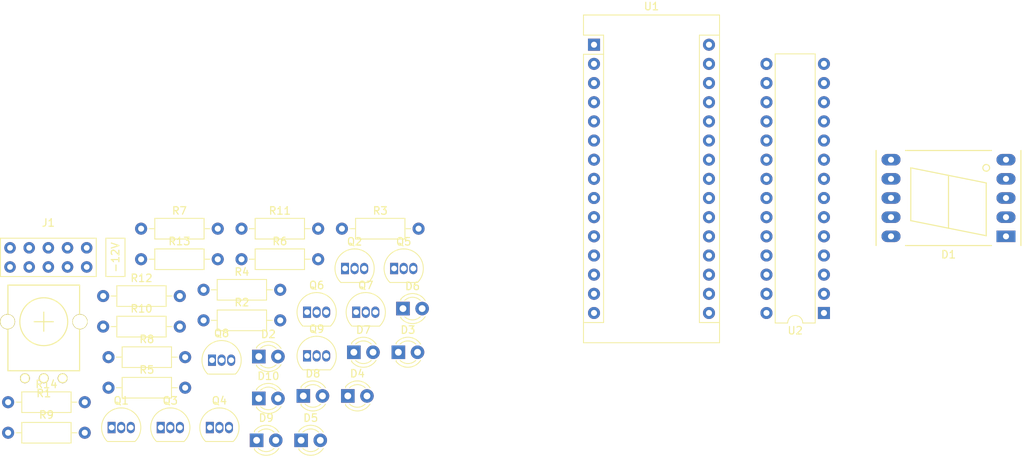
<source format=kicad_pcb>
(kicad_pcb (version 20171130) (host pcbnew "(6.0.0-rc1-dev-1535-ge7fa02a9f)")

  (general
    (thickness 1.6)
    (drawings 0)
    (tracks 0)
    (zones 0)
    (modules 36)
    (nets 78)
  )

  (page A4)
  (layers
    (0 F.Cu signal)
    (31 B.Cu signal)
    (32 B.Adhes user)
    (33 F.Adhes user)
    (34 B.Paste user)
    (35 F.Paste user)
    (36 B.SilkS user)
    (37 F.SilkS user)
    (38 B.Mask user)
    (39 F.Mask user)
    (40 Dwgs.User user)
    (41 Cmts.User user)
    (42 Eco1.User user)
    (43 Eco2.User user)
    (44 Edge.Cuts user)
    (45 Margin user)
    (46 B.CrtYd user)
    (47 F.CrtYd user)
    (48 B.Fab user)
    (49 F.Fab user)
  )

  (setup
    (last_trace_width 0.25)
    (trace_clearance 0.2)
    (zone_clearance 0.508)
    (zone_45_only no)
    (trace_min 0.2)
    (via_size 0.8)
    (via_drill 0.4)
    (via_min_size 0.4)
    (via_min_drill 0.3)
    (uvia_size 0.3)
    (uvia_drill 0.1)
    (uvias_allowed no)
    (uvia_min_size 0.2)
    (uvia_min_drill 0.1)
    (edge_width 0.05)
    (segment_width 0.2)
    (pcb_text_width 0.3)
    (pcb_text_size 1.5 1.5)
    (mod_edge_width 0.12)
    (mod_text_size 1 1)
    (mod_text_width 0.15)
    (pad_size 1.524 1.524)
    (pad_drill 0.762)
    (pad_to_mask_clearance 0.051)
    (solder_mask_min_width 0.25)
    (aux_axis_origin 0 0)
    (visible_elements 7FFFFFFF)
    (pcbplotparams
      (layerselection 0x010fc_ffffffff)
      (usegerberextensions false)
      (usegerberattributes false)
      (usegerberadvancedattributes false)
      (creategerberjobfile false)
      (excludeedgelayer true)
      (linewidth 0.100000)
      (plotframeref false)
      (viasonmask false)
      (mode 1)
      (useauxorigin false)
      (hpglpennumber 1)
      (hpglpenspeed 20)
      (hpglpendiameter 15.000000)
      (psnegative false)
      (psa4output false)
      (plotreference true)
      (plotvalue true)
      (plotinvisibletext false)
      (padsonsilk false)
      (subtractmaskfromsilk false)
      (outputformat 1)
      (mirror false)
      (drillshape 1)
      (scaleselection 1)
      (outputdirectory ""))
  )

  (net 0 "")
  (net 1 "Net-(D1-Pad12)")
  (net 2 "Net-(D1-Pad11)")
  (net 3 "Net-(D1-Pad10)")
  (net 4 "Net-(D1-Pad9)")
  (net 5 "Net-(D1-Pad8)")
  (net 6 "Net-(D1-Pad7)")
  (net 7 "Net-(D1-Pad6)")
  (net 8 "Net-(D1-Pad5)")
  (net 9 "Net-(D1-Pad4)")
  (net 10 "Net-(D1-Pad3)")
  (net 11 "Net-(D1-Pad2)")
  (net 12 "Net-(D1-Pad1)")
  (net 13 "Net-(U1-Pad16)")
  (net 14 "Net-(U1-Pad15)")
  (net 15 "Net-(U1-Pad30)")
  (net 16 "Net-(U1-Pad14)")
  (net 17 "Net-(D10-Pad2)")
  (net 18 "Net-(U1-Pad28)")
  (net 19 "Net-(D9-Pad2)")
  (net 20 "Net-(U1-Pad27)")
  (net 21 "Net-(D7-Pad2)")
  (net 22 "Net-(U1-Pad26)")
  (net 23 "Net-(D8-Pad2)")
  (net 24 "Net-(U1-Pad25)")
  (net 25 "Net-(D5-Pad2)")
  (net 26 "Net-(U1-Pad24)")
  (net 27 "Net-(D6-Pad2)")
  (net 28 "Net-(U1-Pad23)")
  (net 29 "Net-(D2-Pad2)")
  (net 30 "Net-(U1-Pad22)")
  (net 31 "Net-(D3-Pad2)")
  (net 32 "Net-(U1-Pad21)")
  (net 33 "Net-(D4-Pad2)")
  (net 34 "Net-(U1-Pad20)")
  (net 35 "Net-(R1-Pad2)")
  (net 36 "Net-(U1-Pad3)")
  (net 37 "Net-(R1-Pad3)")
  (net 38 "Net-(U1-Pad2)")
  (net 39 "Net-(U1-Pad17)")
  (net 40 "Net-(U1-Pad1)")
  (net 41 "Net-(U2-Pad26)")
  (net 42 "Net-(U2-Pad25)")
  (net 43 "Net-(R6-Pad2)")
  (net 44 "Net-(U2-Pad24)")
  (net 45 "Net-(U2-Pad10)")
  (net 46 "Net-(U2-Pad23)")
  (net 47 "Net-(U2-Pad9)")
  (net 48 "Net-(U2-Pad21)")
  (net 49 "Net-(U2-Pad20)")
  (net 50 "Net-(R5-Pad2)")
  (net 51 "Net-(U2-Pad19)")
  (net 52 "Net-(R4-Pad2)")
  (net 53 "Net-(R3-Pad2)")
  (net 54 "Net-(U2-Pad3)")
  (net 55 "Net-(U2-Pad2)")
  (net 56 "Net-(U2-Pad1)")
  (net 57 "Net-(D2-Pad1)")
  (net 58 "Net-(D3-Pad1)")
  (net 59 "Net-(D4-Pad1)")
  (net 60 "Net-(D5-Pad1)")
  (net 61 "Net-(D6-Pad1)")
  (net 62 "Net-(D7-Pad1)")
  (net 63 "Net-(D8-Pad1)")
  (net 64 "Net-(D9-Pad1)")
  (net 65 "Net-(D10-Pad1)")
  (net 66 -12V)
  (net 67 GND)
  (net 68 +12V)
  (net 69 "Net-(J2-Pad3)")
  (net 70 "Net-(J3-Pad3)")
  (net 71 "Net-(J4-Pad3)")
  (net 72 "Net-(J5-Pad3)")
  (net 73 "Net-(J6-Pad3)")
  (net 74 "Net-(J7-Pad3)")
  (net 75 "Net-(J8-Pad3)")
  (net 76 "Net-(J9-Pad3)")
  (net 77 "Net-(J10-Pad3)")

  (net_class Default "This is the default net class."
    (clearance 0.2)
    (trace_width 0.25)
    (via_dia 0.8)
    (via_drill 0.4)
    (uvia_dia 0.3)
    (uvia_drill 0.1)
    (add_net +12V)
    (add_net -12V)
    (add_net GND)
    (add_net "Net-(D1-Pad1)")
    (add_net "Net-(D1-Pad10)")
    (add_net "Net-(D1-Pad11)")
    (add_net "Net-(D1-Pad12)")
    (add_net "Net-(D1-Pad2)")
    (add_net "Net-(D1-Pad3)")
    (add_net "Net-(D1-Pad4)")
    (add_net "Net-(D1-Pad5)")
    (add_net "Net-(D1-Pad6)")
    (add_net "Net-(D1-Pad7)")
    (add_net "Net-(D1-Pad8)")
    (add_net "Net-(D1-Pad9)")
    (add_net "Net-(D10-Pad1)")
    (add_net "Net-(D10-Pad2)")
    (add_net "Net-(D2-Pad1)")
    (add_net "Net-(D2-Pad2)")
    (add_net "Net-(D3-Pad1)")
    (add_net "Net-(D3-Pad2)")
    (add_net "Net-(D4-Pad1)")
    (add_net "Net-(D4-Pad2)")
    (add_net "Net-(D5-Pad1)")
    (add_net "Net-(D5-Pad2)")
    (add_net "Net-(D6-Pad1)")
    (add_net "Net-(D6-Pad2)")
    (add_net "Net-(D7-Pad1)")
    (add_net "Net-(D7-Pad2)")
    (add_net "Net-(D8-Pad1)")
    (add_net "Net-(D8-Pad2)")
    (add_net "Net-(D9-Pad1)")
    (add_net "Net-(D9-Pad2)")
    (add_net "Net-(J10-Pad3)")
    (add_net "Net-(J2-Pad3)")
    (add_net "Net-(J3-Pad3)")
    (add_net "Net-(J4-Pad3)")
    (add_net "Net-(J5-Pad3)")
    (add_net "Net-(J6-Pad3)")
    (add_net "Net-(J7-Pad3)")
    (add_net "Net-(J8-Pad3)")
    (add_net "Net-(J9-Pad3)")
    (add_net "Net-(R1-Pad2)")
    (add_net "Net-(R1-Pad3)")
    (add_net "Net-(R3-Pad2)")
    (add_net "Net-(R4-Pad2)")
    (add_net "Net-(R5-Pad2)")
    (add_net "Net-(R6-Pad2)")
    (add_net "Net-(U1-Pad1)")
    (add_net "Net-(U1-Pad14)")
    (add_net "Net-(U1-Pad15)")
    (add_net "Net-(U1-Pad16)")
    (add_net "Net-(U1-Pad17)")
    (add_net "Net-(U1-Pad2)")
    (add_net "Net-(U1-Pad20)")
    (add_net "Net-(U1-Pad21)")
    (add_net "Net-(U1-Pad22)")
    (add_net "Net-(U1-Pad23)")
    (add_net "Net-(U1-Pad24)")
    (add_net "Net-(U1-Pad25)")
    (add_net "Net-(U1-Pad26)")
    (add_net "Net-(U1-Pad27)")
    (add_net "Net-(U1-Pad28)")
    (add_net "Net-(U1-Pad3)")
    (add_net "Net-(U1-Pad30)")
    (add_net "Net-(U2-Pad1)")
    (add_net "Net-(U2-Pad10)")
    (add_net "Net-(U2-Pad19)")
    (add_net "Net-(U2-Pad2)")
    (add_net "Net-(U2-Pad20)")
    (add_net "Net-(U2-Pad21)")
    (add_net "Net-(U2-Pad23)")
    (add_net "Net-(U2-Pad24)")
    (add_net "Net-(U2-Pad25)")
    (add_net "Net-(U2-Pad26)")
    (add_net "Net-(U2-Pad3)")
    (add_net "Net-(U2-Pad9)")
  )

  (module Resistor_THT:R_Axial_DIN0207_L6.3mm_D2.5mm_P10.16mm_Horizontal (layer F.Cu) (tedit 5AE5139B) (tstamp 5C578E94)
    (at 53.145001 99.455001)
    (descr "Resistor, Axial_DIN0207 series, Axial, Horizontal, pin pitch=10.16mm, 0.25W = 1/4W, length*diameter=6.3*2.5mm^2, http://cdn-reichelt.de/documents/datenblatt/B400/1_4W%23YAG.pdf")
    (tags "Resistor Axial_DIN0207 series Axial Horizontal pin pitch 10.16mm 0.25W = 1/4W length 6.3mm diameter 2.5mm")
    (path /5C64B2A7)
    (fp_text reference R14 (at 5.08 -2.37) (layer F.SilkS)
      (effects (font (size 1 1) (thickness 0.15)))
    )
    (fp_text value R_US (at 5.08 2.37) (layer F.Fab)
      (effects (font (size 1 1) (thickness 0.15)))
    )
    (fp_text user %R (at 5.08 0) (layer F.Fab)
      (effects (font (size 1 1) (thickness 0.15)))
    )
    (fp_line (start 11.21 -1.5) (end -1.05 -1.5) (layer F.CrtYd) (width 0.05))
    (fp_line (start 11.21 1.5) (end 11.21 -1.5) (layer F.CrtYd) (width 0.05))
    (fp_line (start -1.05 1.5) (end 11.21 1.5) (layer F.CrtYd) (width 0.05))
    (fp_line (start -1.05 -1.5) (end -1.05 1.5) (layer F.CrtYd) (width 0.05))
    (fp_line (start 9.12 0) (end 8.35 0) (layer F.SilkS) (width 0.12))
    (fp_line (start 1.04 0) (end 1.81 0) (layer F.SilkS) (width 0.12))
    (fp_line (start 8.35 -1.37) (end 1.81 -1.37) (layer F.SilkS) (width 0.12))
    (fp_line (start 8.35 1.37) (end 8.35 -1.37) (layer F.SilkS) (width 0.12))
    (fp_line (start 1.81 1.37) (end 8.35 1.37) (layer F.SilkS) (width 0.12))
    (fp_line (start 1.81 -1.37) (end 1.81 1.37) (layer F.SilkS) (width 0.12))
    (fp_line (start 10.16 0) (end 8.23 0) (layer F.Fab) (width 0.1))
    (fp_line (start 0 0) (end 1.93 0) (layer F.Fab) (width 0.1))
    (fp_line (start 8.23 -1.25) (end 1.93 -1.25) (layer F.Fab) (width 0.1))
    (fp_line (start 8.23 1.25) (end 8.23 -1.25) (layer F.Fab) (width 0.1))
    (fp_line (start 1.93 1.25) (end 8.23 1.25) (layer F.Fab) (width 0.1))
    (fp_line (start 1.93 -1.25) (end 1.93 1.25) (layer F.Fab) (width 0.1))
    (pad 2 thru_hole oval (at 10.16 0) (size 1.6 1.6) (drill 0.8) (layers *.Cu *.Mask)
      (net 65 "Net-(D10-Pad1)"))
    (pad 1 thru_hole circle (at 0 0) (size 1.6 1.6) (drill 0.8) (layers *.Cu *.Mask)
      (net 67 GND))
    (model ${KISYS3DMOD}/Resistor_THT.3dshapes/R_Axial_DIN0207_L6.3mm_D2.5mm_P10.16mm_Horizontal.wrl
      (at (xyz 0 0 0))
      (scale (xyz 1 1 1))
      (rotate (xyz 0 0 0))
    )
  )

  (module Resistor_THT:R_Axial_DIN0207_L6.3mm_D2.5mm_P10.16mm_Horizontal (layer F.Cu) (tedit 5AE5139B) (tstamp 5C578E7D)
    (at 70.775001 80.505001)
    (descr "Resistor, Axial_DIN0207 series, Axial, Horizontal, pin pitch=10.16mm, 0.25W = 1/4W, length*diameter=6.3*2.5mm^2, http://cdn-reichelt.de/documents/datenblatt/B400/1_4W%23YAG.pdf")
    (tags "Resistor Axial_DIN0207 series Axial Horizontal pin pitch 10.16mm 0.25W = 1/4W length 6.3mm diameter 2.5mm")
    (path /5C643472)
    (fp_text reference R13 (at 5.08 -2.37) (layer F.SilkS)
      (effects (font (size 1 1) (thickness 0.15)))
    )
    (fp_text value R_US (at 5.08 2.37) (layer F.Fab)
      (effects (font (size 1 1) (thickness 0.15)))
    )
    (fp_text user %R (at 5.08 0) (layer F.Fab)
      (effects (font (size 1 1) (thickness 0.15)))
    )
    (fp_line (start 11.21 -1.5) (end -1.05 -1.5) (layer F.CrtYd) (width 0.05))
    (fp_line (start 11.21 1.5) (end 11.21 -1.5) (layer F.CrtYd) (width 0.05))
    (fp_line (start -1.05 1.5) (end 11.21 1.5) (layer F.CrtYd) (width 0.05))
    (fp_line (start -1.05 -1.5) (end -1.05 1.5) (layer F.CrtYd) (width 0.05))
    (fp_line (start 9.12 0) (end 8.35 0) (layer F.SilkS) (width 0.12))
    (fp_line (start 1.04 0) (end 1.81 0) (layer F.SilkS) (width 0.12))
    (fp_line (start 8.35 -1.37) (end 1.81 -1.37) (layer F.SilkS) (width 0.12))
    (fp_line (start 8.35 1.37) (end 8.35 -1.37) (layer F.SilkS) (width 0.12))
    (fp_line (start 1.81 1.37) (end 8.35 1.37) (layer F.SilkS) (width 0.12))
    (fp_line (start 1.81 -1.37) (end 1.81 1.37) (layer F.SilkS) (width 0.12))
    (fp_line (start 10.16 0) (end 8.23 0) (layer F.Fab) (width 0.1))
    (fp_line (start 0 0) (end 1.93 0) (layer F.Fab) (width 0.1))
    (fp_line (start 8.23 -1.25) (end 1.93 -1.25) (layer F.Fab) (width 0.1))
    (fp_line (start 8.23 1.25) (end 8.23 -1.25) (layer F.Fab) (width 0.1))
    (fp_line (start 1.93 1.25) (end 8.23 1.25) (layer F.Fab) (width 0.1))
    (fp_line (start 1.93 -1.25) (end 1.93 1.25) (layer F.Fab) (width 0.1))
    (pad 2 thru_hole oval (at 10.16 0) (size 1.6 1.6) (drill 0.8) (layers *.Cu *.Mask)
      (net 64 "Net-(D9-Pad1)"))
    (pad 1 thru_hole circle (at 0 0) (size 1.6 1.6) (drill 0.8) (layers *.Cu *.Mask)
      (net 67 GND))
    (model ${KISYS3DMOD}/Resistor_THT.3dshapes/R_Axial_DIN0207_L6.3mm_D2.5mm_P10.16mm_Horizontal.wrl
      (at (xyz 0 0 0))
      (scale (xyz 1 1 1))
      (rotate (xyz 0 0 0))
    )
  )

  (module Resistor_THT:R_Axial_DIN0207_L6.3mm_D2.5mm_P10.16mm_Horizontal (layer F.Cu) (tedit 5AE5139B) (tstamp 5C578E66)
    (at 65.745001 85.385001)
    (descr "Resistor, Axial_DIN0207 series, Axial, Horizontal, pin pitch=10.16mm, 0.25W = 1/4W, length*diameter=6.3*2.5mm^2, http://cdn-reichelt.de/documents/datenblatt/B400/1_4W%23YAG.pdf")
    (tags "Resistor Axial_DIN0207 series Axial Horizontal pin pitch 10.16mm 0.25W = 1/4W length 6.3mm diameter 2.5mm")
    (path /5C63B1EA)
    (fp_text reference R12 (at 5.08 -2.37) (layer F.SilkS)
      (effects (font (size 1 1) (thickness 0.15)))
    )
    (fp_text value R_US (at 5.08 2.37) (layer F.Fab)
      (effects (font (size 1 1) (thickness 0.15)))
    )
    (fp_text user %R (at 5.08 0) (layer F.Fab)
      (effects (font (size 1 1) (thickness 0.15)))
    )
    (fp_line (start 11.21 -1.5) (end -1.05 -1.5) (layer F.CrtYd) (width 0.05))
    (fp_line (start 11.21 1.5) (end 11.21 -1.5) (layer F.CrtYd) (width 0.05))
    (fp_line (start -1.05 1.5) (end 11.21 1.5) (layer F.CrtYd) (width 0.05))
    (fp_line (start -1.05 -1.5) (end -1.05 1.5) (layer F.CrtYd) (width 0.05))
    (fp_line (start 9.12 0) (end 8.35 0) (layer F.SilkS) (width 0.12))
    (fp_line (start 1.04 0) (end 1.81 0) (layer F.SilkS) (width 0.12))
    (fp_line (start 8.35 -1.37) (end 1.81 -1.37) (layer F.SilkS) (width 0.12))
    (fp_line (start 8.35 1.37) (end 8.35 -1.37) (layer F.SilkS) (width 0.12))
    (fp_line (start 1.81 1.37) (end 8.35 1.37) (layer F.SilkS) (width 0.12))
    (fp_line (start 1.81 -1.37) (end 1.81 1.37) (layer F.SilkS) (width 0.12))
    (fp_line (start 10.16 0) (end 8.23 0) (layer F.Fab) (width 0.1))
    (fp_line (start 0 0) (end 1.93 0) (layer F.Fab) (width 0.1))
    (fp_line (start 8.23 -1.25) (end 1.93 -1.25) (layer F.Fab) (width 0.1))
    (fp_line (start 8.23 1.25) (end 8.23 -1.25) (layer F.Fab) (width 0.1))
    (fp_line (start 1.93 1.25) (end 8.23 1.25) (layer F.Fab) (width 0.1))
    (fp_line (start 1.93 -1.25) (end 1.93 1.25) (layer F.Fab) (width 0.1))
    (pad 2 thru_hole oval (at 10.16 0) (size 1.6 1.6) (drill 0.8) (layers *.Cu *.Mask)
      (net 63 "Net-(D8-Pad1)"))
    (pad 1 thru_hole circle (at 0 0) (size 1.6 1.6) (drill 0.8) (layers *.Cu *.Mask)
      (net 67 GND))
    (model ${KISYS3DMOD}/Resistor_THT.3dshapes/R_Axial_DIN0207_L6.3mm_D2.5mm_P10.16mm_Horizontal.wrl
      (at (xyz 0 0 0))
      (scale (xyz 1 1 1))
      (rotate (xyz 0 0 0))
    )
  )

  (module Resistor_THT:R_Axial_DIN0207_L6.3mm_D2.5mm_P10.16mm_Horizontal (layer F.Cu) (tedit 5AE5139B) (tstamp 5C578E4F)
    (at 84.085001 76.455001)
    (descr "Resistor, Axial_DIN0207 series, Axial, Horizontal, pin pitch=10.16mm, 0.25W = 1/4W, length*diameter=6.3*2.5mm^2, http://cdn-reichelt.de/documents/datenblatt/B400/1_4W%23YAG.pdf")
    (tags "Resistor Axial_DIN0207 series Axial Horizontal pin pitch 10.16mm 0.25W = 1/4W length 6.3mm diameter 2.5mm")
    (path /5C63144A)
    (fp_text reference R11 (at 5.08 -2.37) (layer F.SilkS)
      (effects (font (size 1 1) (thickness 0.15)))
    )
    (fp_text value R_US (at 5.08 2.37) (layer F.Fab)
      (effects (font (size 1 1) (thickness 0.15)))
    )
    (fp_text user %R (at 5.08 0) (layer F.Fab)
      (effects (font (size 1 1) (thickness 0.15)))
    )
    (fp_line (start 11.21 -1.5) (end -1.05 -1.5) (layer F.CrtYd) (width 0.05))
    (fp_line (start 11.21 1.5) (end 11.21 -1.5) (layer F.CrtYd) (width 0.05))
    (fp_line (start -1.05 1.5) (end 11.21 1.5) (layer F.CrtYd) (width 0.05))
    (fp_line (start -1.05 -1.5) (end -1.05 1.5) (layer F.CrtYd) (width 0.05))
    (fp_line (start 9.12 0) (end 8.35 0) (layer F.SilkS) (width 0.12))
    (fp_line (start 1.04 0) (end 1.81 0) (layer F.SilkS) (width 0.12))
    (fp_line (start 8.35 -1.37) (end 1.81 -1.37) (layer F.SilkS) (width 0.12))
    (fp_line (start 8.35 1.37) (end 8.35 -1.37) (layer F.SilkS) (width 0.12))
    (fp_line (start 1.81 1.37) (end 8.35 1.37) (layer F.SilkS) (width 0.12))
    (fp_line (start 1.81 -1.37) (end 1.81 1.37) (layer F.SilkS) (width 0.12))
    (fp_line (start 10.16 0) (end 8.23 0) (layer F.Fab) (width 0.1))
    (fp_line (start 0 0) (end 1.93 0) (layer F.Fab) (width 0.1))
    (fp_line (start 8.23 -1.25) (end 1.93 -1.25) (layer F.Fab) (width 0.1))
    (fp_line (start 8.23 1.25) (end 8.23 -1.25) (layer F.Fab) (width 0.1))
    (fp_line (start 1.93 1.25) (end 8.23 1.25) (layer F.Fab) (width 0.1))
    (fp_line (start 1.93 -1.25) (end 1.93 1.25) (layer F.Fab) (width 0.1))
    (pad 2 thru_hole oval (at 10.16 0) (size 1.6 1.6) (drill 0.8) (layers *.Cu *.Mask)
      (net 62 "Net-(D7-Pad1)"))
    (pad 1 thru_hole circle (at 0 0) (size 1.6 1.6) (drill 0.8) (layers *.Cu *.Mask)
      (net 67 GND))
    (model ${KISYS3DMOD}/Resistor_THT.3dshapes/R_Axial_DIN0207_L6.3mm_D2.5mm_P10.16mm_Horizontal.wrl
      (at (xyz 0 0 0))
      (scale (xyz 1 1 1))
      (rotate (xyz 0 0 0))
    )
  )

  (module Resistor_THT:R_Axial_DIN0207_L6.3mm_D2.5mm_P10.16mm_Horizontal (layer F.Cu) (tedit 5AE5139B) (tstamp 5C578E38)
    (at 65.745001 89.435001)
    (descr "Resistor, Axial_DIN0207 series, Axial, Horizontal, pin pitch=10.16mm, 0.25W = 1/4W, length*diameter=6.3*2.5mm^2, http://cdn-reichelt.de/documents/datenblatt/B400/1_4W%23YAG.pdf")
    (tags "Resistor Axial_DIN0207 series Axial Horizontal pin pitch 10.16mm 0.25W = 1/4W length 6.3mm diameter 2.5mm")
    (path /5C62C352)
    (fp_text reference R10 (at 5.08 -2.37) (layer F.SilkS)
      (effects (font (size 1 1) (thickness 0.15)))
    )
    (fp_text value R_US (at 5.08 2.37) (layer F.Fab)
      (effects (font (size 1 1) (thickness 0.15)))
    )
    (fp_text user %R (at 5.08 0) (layer F.Fab)
      (effects (font (size 1 1) (thickness 0.15)))
    )
    (fp_line (start 11.21 -1.5) (end -1.05 -1.5) (layer F.CrtYd) (width 0.05))
    (fp_line (start 11.21 1.5) (end 11.21 -1.5) (layer F.CrtYd) (width 0.05))
    (fp_line (start -1.05 1.5) (end 11.21 1.5) (layer F.CrtYd) (width 0.05))
    (fp_line (start -1.05 -1.5) (end -1.05 1.5) (layer F.CrtYd) (width 0.05))
    (fp_line (start 9.12 0) (end 8.35 0) (layer F.SilkS) (width 0.12))
    (fp_line (start 1.04 0) (end 1.81 0) (layer F.SilkS) (width 0.12))
    (fp_line (start 8.35 -1.37) (end 1.81 -1.37) (layer F.SilkS) (width 0.12))
    (fp_line (start 8.35 1.37) (end 8.35 -1.37) (layer F.SilkS) (width 0.12))
    (fp_line (start 1.81 1.37) (end 8.35 1.37) (layer F.SilkS) (width 0.12))
    (fp_line (start 1.81 -1.37) (end 1.81 1.37) (layer F.SilkS) (width 0.12))
    (fp_line (start 10.16 0) (end 8.23 0) (layer F.Fab) (width 0.1))
    (fp_line (start 0 0) (end 1.93 0) (layer F.Fab) (width 0.1))
    (fp_line (start 8.23 -1.25) (end 1.93 -1.25) (layer F.Fab) (width 0.1))
    (fp_line (start 8.23 1.25) (end 8.23 -1.25) (layer F.Fab) (width 0.1))
    (fp_line (start 1.93 1.25) (end 8.23 1.25) (layer F.Fab) (width 0.1))
    (fp_line (start 1.93 -1.25) (end 1.93 1.25) (layer F.Fab) (width 0.1))
    (pad 2 thru_hole oval (at 10.16 0) (size 1.6 1.6) (drill 0.8) (layers *.Cu *.Mask)
      (net 61 "Net-(D6-Pad1)"))
    (pad 1 thru_hole circle (at 0 0) (size 1.6 1.6) (drill 0.8) (layers *.Cu *.Mask)
      (net 67 GND))
    (model ${KISYS3DMOD}/Resistor_THT.3dshapes/R_Axial_DIN0207_L6.3mm_D2.5mm_P10.16mm_Horizontal.wrl
      (at (xyz 0 0 0))
      (scale (xyz 1 1 1))
      (rotate (xyz 0 0 0))
    )
  )

  (module Resistor_THT:R_Axial_DIN0207_L6.3mm_D2.5mm_P10.16mm_Horizontal (layer F.Cu) (tedit 5AE5139B) (tstamp 5C578E21)
    (at 53.145001 103.505001)
    (descr "Resistor, Axial_DIN0207 series, Axial, Horizontal, pin pitch=10.16mm, 0.25W = 1/4W, length*diameter=6.3*2.5mm^2, http://cdn-reichelt.de/documents/datenblatt/B400/1_4W%23YAG.pdf")
    (tags "Resistor Axial_DIN0207 series Axial Horizontal pin pitch 10.16mm 0.25W = 1/4W length 6.3mm diameter 2.5mm")
    (path /5C6269F9)
    (fp_text reference R9 (at 5.08 -2.37) (layer F.SilkS)
      (effects (font (size 1 1) (thickness 0.15)))
    )
    (fp_text value R_US (at 5.08 2.37) (layer F.Fab)
      (effects (font (size 1 1) (thickness 0.15)))
    )
    (fp_text user %R (at 5.08 0) (layer F.Fab)
      (effects (font (size 1 1) (thickness 0.15)))
    )
    (fp_line (start 11.21 -1.5) (end -1.05 -1.5) (layer F.CrtYd) (width 0.05))
    (fp_line (start 11.21 1.5) (end 11.21 -1.5) (layer F.CrtYd) (width 0.05))
    (fp_line (start -1.05 1.5) (end 11.21 1.5) (layer F.CrtYd) (width 0.05))
    (fp_line (start -1.05 -1.5) (end -1.05 1.5) (layer F.CrtYd) (width 0.05))
    (fp_line (start 9.12 0) (end 8.35 0) (layer F.SilkS) (width 0.12))
    (fp_line (start 1.04 0) (end 1.81 0) (layer F.SilkS) (width 0.12))
    (fp_line (start 8.35 -1.37) (end 1.81 -1.37) (layer F.SilkS) (width 0.12))
    (fp_line (start 8.35 1.37) (end 8.35 -1.37) (layer F.SilkS) (width 0.12))
    (fp_line (start 1.81 1.37) (end 8.35 1.37) (layer F.SilkS) (width 0.12))
    (fp_line (start 1.81 -1.37) (end 1.81 1.37) (layer F.SilkS) (width 0.12))
    (fp_line (start 10.16 0) (end 8.23 0) (layer F.Fab) (width 0.1))
    (fp_line (start 0 0) (end 1.93 0) (layer F.Fab) (width 0.1))
    (fp_line (start 8.23 -1.25) (end 1.93 -1.25) (layer F.Fab) (width 0.1))
    (fp_line (start 8.23 1.25) (end 8.23 -1.25) (layer F.Fab) (width 0.1))
    (fp_line (start 1.93 1.25) (end 8.23 1.25) (layer F.Fab) (width 0.1))
    (fp_line (start 1.93 -1.25) (end 1.93 1.25) (layer F.Fab) (width 0.1))
    (pad 2 thru_hole oval (at 10.16 0) (size 1.6 1.6) (drill 0.8) (layers *.Cu *.Mask)
      (net 60 "Net-(D5-Pad1)"))
    (pad 1 thru_hole circle (at 0 0) (size 1.6 1.6) (drill 0.8) (layers *.Cu *.Mask)
      (net 67 GND))
    (model ${KISYS3DMOD}/Resistor_THT.3dshapes/R_Axial_DIN0207_L6.3mm_D2.5mm_P10.16mm_Horizontal.wrl
      (at (xyz 0 0 0))
      (scale (xyz 1 1 1))
      (rotate (xyz 0 0 0))
    )
  )

  (module Resistor_THT:R_Axial_DIN0207_L6.3mm_D2.5mm_P10.16mm_Horizontal (layer F.Cu) (tedit 5AE5139B) (tstamp 5C578E0A)
    (at 66.455001 93.485001)
    (descr "Resistor, Axial_DIN0207 series, Axial, Horizontal, pin pitch=10.16mm, 0.25W = 1/4W, length*diameter=6.3*2.5mm^2, http://cdn-reichelt.de/documents/datenblatt/B400/1_4W%23YAG.pdf")
    (tags "Resistor Axial_DIN0207 series Axial Horizontal pin pitch 10.16mm 0.25W = 1/4W length 6.3mm diameter 2.5mm")
    (path /5C61F168)
    (fp_text reference R8 (at 5.08 -2.37) (layer F.SilkS)
      (effects (font (size 1 1) (thickness 0.15)))
    )
    (fp_text value R_US (at 5.08 2.37) (layer F.Fab)
      (effects (font (size 1 1) (thickness 0.15)))
    )
    (fp_text user %R (at 5.08 0) (layer F.Fab)
      (effects (font (size 1 1) (thickness 0.15)))
    )
    (fp_line (start 11.21 -1.5) (end -1.05 -1.5) (layer F.CrtYd) (width 0.05))
    (fp_line (start 11.21 1.5) (end 11.21 -1.5) (layer F.CrtYd) (width 0.05))
    (fp_line (start -1.05 1.5) (end 11.21 1.5) (layer F.CrtYd) (width 0.05))
    (fp_line (start -1.05 -1.5) (end -1.05 1.5) (layer F.CrtYd) (width 0.05))
    (fp_line (start 9.12 0) (end 8.35 0) (layer F.SilkS) (width 0.12))
    (fp_line (start 1.04 0) (end 1.81 0) (layer F.SilkS) (width 0.12))
    (fp_line (start 8.35 -1.37) (end 1.81 -1.37) (layer F.SilkS) (width 0.12))
    (fp_line (start 8.35 1.37) (end 8.35 -1.37) (layer F.SilkS) (width 0.12))
    (fp_line (start 1.81 1.37) (end 8.35 1.37) (layer F.SilkS) (width 0.12))
    (fp_line (start 1.81 -1.37) (end 1.81 1.37) (layer F.SilkS) (width 0.12))
    (fp_line (start 10.16 0) (end 8.23 0) (layer F.Fab) (width 0.1))
    (fp_line (start 0 0) (end 1.93 0) (layer F.Fab) (width 0.1))
    (fp_line (start 8.23 -1.25) (end 1.93 -1.25) (layer F.Fab) (width 0.1))
    (fp_line (start 8.23 1.25) (end 8.23 -1.25) (layer F.Fab) (width 0.1))
    (fp_line (start 1.93 1.25) (end 8.23 1.25) (layer F.Fab) (width 0.1))
    (fp_line (start 1.93 -1.25) (end 1.93 1.25) (layer F.Fab) (width 0.1))
    (pad 2 thru_hole oval (at 10.16 0) (size 1.6 1.6) (drill 0.8) (layers *.Cu *.Mask)
      (net 59 "Net-(D4-Pad1)"))
    (pad 1 thru_hole circle (at 0 0) (size 1.6 1.6) (drill 0.8) (layers *.Cu *.Mask)
      (net 67 GND))
    (model ${KISYS3DMOD}/Resistor_THT.3dshapes/R_Axial_DIN0207_L6.3mm_D2.5mm_P10.16mm_Horizontal.wrl
      (at (xyz 0 0 0))
      (scale (xyz 1 1 1))
      (rotate (xyz 0 0 0))
    )
  )

  (module Resistor_THT:R_Axial_DIN0207_L6.3mm_D2.5mm_P10.16mm_Horizontal (layer F.Cu) (tedit 5AE5139B) (tstamp 5C578DF3)
    (at 70.775001 76.455001)
    (descr "Resistor, Axial_DIN0207 series, Axial, Horizontal, pin pitch=10.16mm, 0.25W = 1/4W, length*diameter=6.3*2.5mm^2, http://cdn-reichelt.de/documents/datenblatt/B400/1_4W%23YAG.pdf")
    (tags "Resistor Axial_DIN0207 series Axial Horizontal pin pitch 10.16mm 0.25W = 1/4W length 6.3mm diameter 2.5mm")
    (path /5C618FA5)
    (fp_text reference R7 (at 5.08 -2.37) (layer F.SilkS)
      (effects (font (size 1 1) (thickness 0.15)))
    )
    (fp_text value R_US (at 5.08 2.37) (layer F.Fab)
      (effects (font (size 1 1) (thickness 0.15)))
    )
    (fp_text user %R (at 5.08 0) (layer F.Fab)
      (effects (font (size 1 1) (thickness 0.15)))
    )
    (fp_line (start 11.21 -1.5) (end -1.05 -1.5) (layer F.CrtYd) (width 0.05))
    (fp_line (start 11.21 1.5) (end 11.21 -1.5) (layer F.CrtYd) (width 0.05))
    (fp_line (start -1.05 1.5) (end 11.21 1.5) (layer F.CrtYd) (width 0.05))
    (fp_line (start -1.05 -1.5) (end -1.05 1.5) (layer F.CrtYd) (width 0.05))
    (fp_line (start 9.12 0) (end 8.35 0) (layer F.SilkS) (width 0.12))
    (fp_line (start 1.04 0) (end 1.81 0) (layer F.SilkS) (width 0.12))
    (fp_line (start 8.35 -1.37) (end 1.81 -1.37) (layer F.SilkS) (width 0.12))
    (fp_line (start 8.35 1.37) (end 8.35 -1.37) (layer F.SilkS) (width 0.12))
    (fp_line (start 1.81 1.37) (end 8.35 1.37) (layer F.SilkS) (width 0.12))
    (fp_line (start 1.81 -1.37) (end 1.81 1.37) (layer F.SilkS) (width 0.12))
    (fp_line (start 10.16 0) (end 8.23 0) (layer F.Fab) (width 0.1))
    (fp_line (start 0 0) (end 1.93 0) (layer F.Fab) (width 0.1))
    (fp_line (start 8.23 -1.25) (end 1.93 -1.25) (layer F.Fab) (width 0.1))
    (fp_line (start 8.23 1.25) (end 8.23 -1.25) (layer F.Fab) (width 0.1))
    (fp_line (start 1.93 1.25) (end 8.23 1.25) (layer F.Fab) (width 0.1))
    (fp_line (start 1.93 -1.25) (end 1.93 1.25) (layer F.Fab) (width 0.1))
    (pad 2 thru_hole oval (at 10.16 0) (size 1.6 1.6) (drill 0.8) (layers *.Cu *.Mask)
      (net 58 "Net-(D3-Pad1)"))
    (pad 1 thru_hole circle (at 0 0) (size 1.6 1.6) (drill 0.8) (layers *.Cu *.Mask)
      (net 67 GND))
    (model ${KISYS3DMOD}/Resistor_THT.3dshapes/R_Axial_DIN0207_L6.3mm_D2.5mm_P10.16mm_Horizontal.wrl
      (at (xyz 0 0 0))
      (scale (xyz 1 1 1))
      (rotate (xyz 0 0 0))
    )
  )

  (module Resistor_THT:R_Axial_DIN0207_L6.3mm_D2.5mm_P10.16mm_Horizontal (layer F.Cu) (tedit 5AE5139B) (tstamp 5C578DDC)
    (at 84.085001 80.505001)
    (descr "Resistor, Axial_DIN0207 series, Axial, Horizontal, pin pitch=10.16mm, 0.25W = 1/4W, length*diameter=6.3*2.5mm^2, http://cdn-reichelt.de/documents/datenblatt/B400/1_4W%23YAG.pdf")
    (tags "Resistor Axial_DIN0207 series Axial Horizontal pin pitch 10.16mm 0.25W = 1/4W length 6.3mm diameter 2.5mm")
    (path /5C58A1D4)
    (fp_text reference R6 (at 5.08 -2.37) (layer F.SilkS)
      (effects (font (size 1 1) (thickness 0.15)))
    )
    (fp_text value R_US (at 5.08 2.37) (layer F.Fab)
      (effects (font (size 1 1) (thickness 0.15)))
    )
    (fp_text user %R (at 5.08 0) (layer F.Fab)
      (effects (font (size 1 1) (thickness 0.15)))
    )
    (fp_line (start 11.21 -1.5) (end -1.05 -1.5) (layer F.CrtYd) (width 0.05))
    (fp_line (start 11.21 1.5) (end 11.21 -1.5) (layer F.CrtYd) (width 0.05))
    (fp_line (start -1.05 1.5) (end 11.21 1.5) (layer F.CrtYd) (width 0.05))
    (fp_line (start -1.05 -1.5) (end -1.05 1.5) (layer F.CrtYd) (width 0.05))
    (fp_line (start 9.12 0) (end 8.35 0) (layer F.SilkS) (width 0.12))
    (fp_line (start 1.04 0) (end 1.81 0) (layer F.SilkS) (width 0.12))
    (fp_line (start 8.35 -1.37) (end 1.81 -1.37) (layer F.SilkS) (width 0.12))
    (fp_line (start 8.35 1.37) (end 8.35 -1.37) (layer F.SilkS) (width 0.12))
    (fp_line (start 1.81 1.37) (end 8.35 1.37) (layer F.SilkS) (width 0.12))
    (fp_line (start 1.81 -1.37) (end 1.81 1.37) (layer F.SilkS) (width 0.12))
    (fp_line (start 10.16 0) (end 8.23 0) (layer F.Fab) (width 0.1))
    (fp_line (start 0 0) (end 1.93 0) (layer F.Fab) (width 0.1))
    (fp_line (start 8.23 -1.25) (end 1.93 -1.25) (layer F.Fab) (width 0.1))
    (fp_line (start 8.23 1.25) (end 8.23 -1.25) (layer F.Fab) (width 0.1))
    (fp_line (start 1.93 1.25) (end 8.23 1.25) (layer F.Fab) (width 0.1))
    (fp_line (start 1.93 -1.25) (end 1.93 1.25) (layer F.Fab) (width 0.1))
    (pad 2 thru_hole oval (at 10.16 0) (size 1.6 1.6) (drill 0.8) (layers *.Cu *.Mask)
      (net 43 "Net-(R6-Pad2)"))
    (pad 1 thru_hole circle (at 0 0) (size 1.6 1.6) (drill 0.8) (layers *.Cu *.Mask)
      (net 1 "Net-(D1-Pad12)"))
    (model ${KISYS3DMOD}/Resistor_THT.3dshapes/R_Axial_DIN0207_L6.3mm_D2.5mm_P10.16mm_Horizontal.wrl
      (at (xyz 0 0 0))
      (scale (xyz 1 1 1))
      (rotate (xyz 0 0 0))
    )
  )

  (module Resistor_THT:R_Axial_DIN0207_L6.3mm_D2.5mm_P10.16mm_Horizontal (layer F.Cu) (tedit 5AE5139B) (tstamp 5C578DC5)
    (at 66.455001 97.535001)
    (descr "Resistor, Axial_DIN0207 series, Axial, Horizontal, pin pitch=10.16mm, 0.25W = 1/4W, length*diameter=6.3*2.5mm^2, http://cdn-reichelt.de/documents/datenblatt/B400/1_4W%23YAG.pdf")
    (tags "Resistor Axial_DIN0207 series Axial Horizontal pin pitch 10.16mm 0.25W = 1/4W length 6.3mm diameter 2.5mm")
    (path /5C589739)
    (fp_text reference R5 (at 5.08 -2.37) (layer F.SilkS)
      (effects (font (size 1 1) (thickness 0.15)))
    )
    (fp_text value R_US (at 5.08 2.37) (layer F.Fab)
      (effects (font (size 1 1) (thickness 0.15)))
    )
    (fp_text user %R (at 5.08 0) (layer F.Fab)
      (effects (font (size 1 1) (thickness 0.15)))
    )
    (fp_line (start 11.21 -1.5) (end -1.05 -1.5) (layer F.CrtYd) (width 0.05))
    (fp_line (start 11.21 1.5) (end 11.21 -1.5) (layer F.CrtYd) (width 0.05))
    (fp_line (start -1.05 1.5) (end 11.21 1.5) (layer F.CrtYd) (width 0.05))
    (fp_line (start -1.05 -1.5) (end -1.05 1.5) (layer F.CrtYd) (width 0.05))
    (fp_line (start 9.12 0) (end 8.35 0) (layer F.SilkS) (width 0.12))
    (fp_line (start 1.04 0) (end 1.81 0) (layer F.SilkS) (width 0.12))
    (fp_line (start 8.35 -1.37) (end 1.81 -1.37) (layer F.SilkS) (width 0.12))
    (fp_line (start 8.35 1.37) (end 8.35 -1.37) (layer F.SilkS) (width 0.12))
    (fp_line (start 1.81 1.37) (end 8.35 1.37) (layer F.SilkS) (width 0.12))
    (fp_line (start 1.81 -1.37) (end 1.81 1.37) (layer F.SilkS) (width 0.12))
    (fp_line (start 10.16 0) (end 8.23 0) (layer F.Fab) (width 0.1))
    (fp_line (start 0 0) (end 1.93 0) (layer F.Fab) (width 0.1))
    (fp_line (start 8.23 -1.25) (end 1.93 -1.25) (layer F.Fab) (width 0.1))
    (fp_line (start 8.23 1.25) (end 8.23 -1.25) (layer F.Fab) (width 0.1))
    (fp_line (start 1.93 1.25) (end 8.23 1.25) (layer F.Fab) (width 0.1))
    (fp_line (start 1.93 -1.25) (end 1.93 1.25) (layer F.Fab) (width 0.1))
    (pad 2 thru_hole oval (at 10.16 0) (size 1.6 1.6) (drill 0.8) (layers *.Cu *.Mask)
      (net 50 "Net-(R5-Pad2)"))
    (pad 1 thru_hole circle (at 0 0) (size 1.6 1.6) (drill 0.8) (layers *.Cu *.Mask)
      (net 4 "Net-(D1-Pad9)"))
    (model ${KISYS3DMOD}/Resistor_THT.3dshapes/R_Axial_DIN0207_L6.3mm_D2.5mm_P10.16mm_Horizontal.wrl
      (at (xyz 0 0 0))
      (scale (xyz 1 1 1))
      (rotate (xyz 0 0 0))
    )
  )

  (module Resistor_THT:R_Axial_DIN0207_L6.3mm_D2.5mm_P10.16mm_Horizontal (layer F.Cu) (tedit 5AE5139B) (tstamp 5C578DAE)
    (at 79.055001 84.555001)
    (descr "Resistor, Axial_DIN0207 series, Axial, Horizontal, pin pitch=10.16mm, 0.25W = 1/4W, length*diameter=6.3*2.5mm^2, http://cdn-reichelt.de/documents/datenblatt/B400/1_4W%23YAG.pdf")
    (tags "Resistor Axial_DIN0207 series Axial Horizontal pin pitch 10.16mm 0.25W = 1/4W length 6.3mm diameter 2.5mm")
    (path /5C588E95)
    (fp_text reference R4 (at 5.08 -2.37) (layer F.SilkS)
      (effects (font (size 1 1) (thickness 0.15)))
    )
    (fp_text value R_US (at 5.08 2.37) (layer F.Fab)
      (effects (font (size 1 1) (thickness 0.15)))
    )
    (fp_text user %R (at 5.08 0) (layer F.Fab)
      (effects (font (size 1 1) (thickness 0.15)))
    )
    (fp_line (start 11.21 -1.5) (end -1.05 -1.5) (layer F.CrtYd) (width 0.05))
    (fp_line (start 11.21 1.5) (end 11.21 -1.5) (layer F.CrtYd) (width 0.05))
    (fp_line (start -1.05 1.5) (end 11.21 1.5) (layer F.CrtYd) (width 0.05))
    (fp_line (start -1.05 -1.5) (end -1.05 1.5) (layer F.CrtYd) (width 0.05))
    (fp_line (start 9.12 0) (end 8.35 0) (layer F.SilkS) (width 0.12))
    (fp_line (start 1.04 0) (end 1.81 0) (layer F.SilkS) (width 0.12))
    (fp_line (start 8.35 -1.37) (end 1.81 -1.37) (layer F.SilkS) (width 0.12))
    (fp_line (start 8.35 1.37) (end 8.35 -1.37) (layer F.SilkS) (width 0.12))
    (fp_line (start 1.81 1.37) (end 8.35 1.37) (layer F.SilkS) (width 0.12))
    (fp_line (start 1.81 -1.37) (end 1.81 1.37) (layer F.SilkS) (width 0.12))
    (fp_line (start 10.16 0) (end 8.23 0) (layer F.Fab) (width 0.1))
    (fp_line (start 0 0) (end 1.93 0) (layer F.Fab) (width 0.1))
    (fp_line (start 8.23 -1.25) (end 1.93 -1.25) (layer F.Fab) (width 0.1))
    (fp_line (start 8.23 1.25) (end 8.23 -1.25) (layer F.Fab) (width 0.1))
    (fp_line (start 1.93 1.25) (end 8.23 1.25) (layer F.Fab) (width 0.1))
    (fp_line (start 1.93 -1.25) (end 1.93 1.25) (layer F.Fab) (width 0.1))
    (pad 2 thru_hole oval (at 10.16 0) (size 1.6 1.6) (drill 0.8) (layers *.Cu *.Mask)
      (net 52 "Net-(R4-Pad2)"))
    (pad 1 thru_hole circle (at 0 0) (size 1.6 1.6) (drill 0.8) (layers *.Cu *.Mask)
      (net 5 "Net-(D1-Pad8)"))
    (model ${KISYS3DMOD}/Resistor_THT.3dshapes/R_Axial_DIN0207_L6.3mm_D2.5mm_P10.16mm_Horizontal.wrl
      (at (xyz 0 0 0))
      (scale (xyz 1 1 1))
      (rotate (xyz 0 0 0))
    )
  )

  (module Resistor_THT:R_Axial_DIN0207_L6.3mm_D2.5mm_P10.16mm_Horizontal (layer F.Cu) (tedit 5AE5139B) (tstamp 5C578D97)
    (at 97.395001 76.455001)
    (descr "Resistor, Axial_DIN0207 series, Axial, Horizontal, pin pitch=10.16mm, 0.25W = 1/4W, length*diameter=6.3*2.5mm^2, http://cdn-reichelt.de/documents/datenblatt/B400/1_4W%23YAG.pdf")
    (tags "Resistor Axial_DIN0207 series Axial Horizontal pin pitch 10.16mm 0.25W = 1/4W length 6.3mm diameter 2.5mm")
    (path /5C58135C)
    (fp_text reference R3 (at 5.08 -2.37) (layer F.SilkS)
      (effects (font (size 1 1) (thickness 0.15)))
    )
    (fp_text value R_US (at 5.08 2.37) (layer F.Fab)
      (effects (font (size 1 1) (thickness 0.15)))
    )
    (fp_text user %R (at 5.08 0) (layer F.Fab)
      (effects (font (size 1 1) (thickness 0.15)))
    )
    (fp_line (start 11.21 -1.5) (end -1.05 -1.5) (layer F.CrtYd) (width 0.05))
    (fp_line (start 11.21 1.5) (end 11.21 -1.5) (layer F.CrtYd) (width 0.05))
    (fp_line (start -1.05 1.5) (end 11.21 1.5) (layer F.CrtYd) (width 0.05))
    (fp_line (start -1.05 -1.5) (end -1.05 1.5) (layer F.CrtYd) (width 0.05))
    (fp_line (start 9.12 0) (end 8.35 0) (layer F.SilkS) (width 0.12))
    (fp_line (start 1.04 0) (end 1.81 0) (layer F.SilkS) (width 0.12))
    (fp_line (start 8.35 -1.37) (end 1.81 -1.37) (layer F.SilkS) (width 0.12))
    (fp_line (start 8.35 1.37) (end 8.35 -1.37) (layer F.SilkS) (width 0.12))
    (fp_line (start 1.81 1.37) (end 8.35 1.37) (layer F.SilkS) (width 0.12))
    (fp_line (start 1.81 -1.37) (end 1.81 1.37) (layer F.SilkS) (width 0.12))
    (fp_line (start 10.16 0) (end 8.23 0) (layer F.Fab) (width 0.1))
    (fp_line (start 0 0) (end 1.93 0) (layer F.Fab) (width 0.1))
    (fp_line (start 8.23 -1.25) (end 1.93 -1.25) (layer F.Fab) (width 0.1))
    (fp_line (start 8.23 1.25) (end 8.23 -1.25) (layer F.Fab) (width 0.1))
    (fp_line (start 1.93 1.25) (end 8.23 1.25) (layer F.Fab) (width 0.1))
    (fp_line (start 1.93 -1.25) (end 1.93 1.25) (layer F.Fab) (width 0.1))
    (pad 2 thru_hole oval (at 10.16 0) (size 1.6 1.6) (drill 0.8) (layers *.Cu *.Mask)
      (net 53 "Net-(R3-Pad2)"))
    (pad 1 thru_hole circle (at 0 0) (size 1.6 1.6) (drill 0.8) (layers *.Cu *.Mask)
      (net 7 "Net-(D1-Pad6)"))
    (model ${KISYS3DMOD}/Resistor_THT.3dshapes/R_Axial_DIN0207_L6.3mm_D2.5mm_P10.16mm_Horizontal.wrl
      (at (xyz 0 0 0))
      (scale (xyz 1 1 1))
      (rotate (xyz 0 0 0))
    )
  )

  (module Resistor_THT:R_Axial_DIN0207_L6.3mm_D2.5mm_P10.16mm_Horizontal (layer F.Cu) (tedit 5AE5139B) (tstamp 5C578D80)
    (at 79.055001 88.605001)
    (descr "Resistor, Axial_DIN0207 series, Axial, Horizontal, pin pitch=10.16mm, 0.25W = 1/4W, length*diameter=6.3*2.5mm^2, http://cdn-reichelt.de/documents/datenblatt/B400/1_4W%23YAG.pdf")
    (tags "Resistor Axial_DIN0207 series Axial Horizontal pin pitch 10.16mm 0.25W = 1/4W length 6.3mm diameter 2.5mm")
    (path /5C61111F)
    (fp_text reference R2 (at 5.08 -2.37) (layer F.SilkS)
      (effects (font (size 1 1) (thickness 0.15)))
    )
    (fp_text value R_US (at 5.08 2.37) (layer F.Fab)
      (effects (font (size 1 1) (thickness 0.15)))
    )
    (fp_text user %R (at 5.08 0) (layer F.Fab)
      (effects (font (size 1 1) (thickness 0.15)))
    )
    (fp_line (start 11.21 -1.5) (end -1.05 -1.5) (layer F.CrtYd) (width 0.05))
    (fp_line (start 11.21 1.5) (end 11.21 -1.5) (layer F.CrtYd) (width 0.05))
    (fp_line (start -1.05 1.5) (end 11.21 1.5) (layer F.CrtYd) (width 0.05))
    (fp_line (start -1.05 -1.5) (end -1.05 1.5) (layer F.CrtYd) (width 0.05))
    (fp_line (start 9.12 0) (end 8.35 0) (layer F.SilkS) (width 0.12))
    (fp_line (start 1.04 0) (end 1.81 0) (layer F.SilkS) (width 0.12))
    (fp_line (start 8.35 -1.37) (end 1.81 -1.37) (layer F.SilkS) (width 0.12))
    (fp_line (start 8.35 1.37) (end 8.35 -1.37) (layer F.SilkS) (width 0.12))
    (fp_line (start 1.81 1.37) (end 8.35 1.37) (layer F.SilkS) (width 0.12))
    (fp_line (start 1.81 -1.37) (end 1.81 1.37) (layer F.SilkS) (width 0.12))
    (fp_line (start 10.16 0) (end 8.23 0) (layer F.Fab) (width 0.1))
    (fp_line (start 0 0) (end 1.93 0) (layer F.Fab) (width 0.1))
    (fp_line (start 8.23 -1.25) (end 1.93 -1.25) (layer F.Fab) (width 0.1))
    (fp_line (start 8.23 1.25) (end 8.23 -1.25) (layer F.Fab) (width 0.1))
    (fp_line (start 1.93 1.25) (end 8.23 1.25) (layer F.Fab) (width 0.1))
    (fp_line (start 1.93 -1.25) (end 1.93 1.25) (layer F.Fab) (width 0.1))
    (pad 2 thru_hole oval (at 10.16 0) (size 1.6 1.6) (drill 0.8) (layers *.Cu *.Mask)
      (net 57 "Net-(D2-Pad1)"))
    (pad 1 thru_hole circle (at 0 0) (size 1.6 1.6) (drill 0.8) (layers *.Cu *.Mask)
      (net 67 GND))
    (model ${KISYS3DMOD}/Resistor_THT.3dshapes/R_Axial_DIN0207_L6.3mm_D2.5mm_P10.16mm_Horizontal.wrl
      (at (xyz 0 0 0))
      (scale (xyz 1 1 1))
      (rotate (xyz 0 0 0))
    )
  )

  (module eurorack:Alpha9mmPot (layer F.Cu) (tedit 57E3FE8C) (tstamp 5C578D69)
    (at 57.87 88.785001)
    (path /5C48440D)
    (fp_text reference R1 (at 0 9.5) (layer F.SilkS)
      (effects (font (size 1 1) (thickness 0.15)))
    )
    (fp_text value R_POT_US (at 0 -6) (layer F.Fab)
      (effects (font (size 1 1) (thickness 0.15)))
    )
    (fp_line (start -4.75 -4.85) (end 4.75 -4.85) (layer F.SilkS) (width 0.15))
    (fp_line (start -4.75 6.5) (end 4.75 6.5) (layer F.SilkS) (width 0.15))
    (fp_line (start 4.75 -4.85) (end 4.75 6.5) (layer F.SilkS) (width 0.15))
    (fp_line (start -4.75 -4.85) (end -4.75 6.5) (layer F.SilkS) (width 0.15))
    (fp_circle (center 0 0) (end 3.175 0) (layer F.SilkS) (width 0.15))
    (fp_line (start 0 -1.27) (end 0 1.27) (layer F.SilkS) (width 0.15))
    (fp_line (start -1.27 0) (end 1.27 0) (layer F.SilkS) (width 0.15))
    (pad "" thru_hole circle (at 4.8 0) (size 2 2) (drill 1.8) (layers *.Cu *.Mask F.SilkS))
    (pad "" thru_hole circle (at -4.8 0) (size 2 2) (drill 1.8) (layers *.Cu *.Mask F.SilkS))
    (pad 3 thru_hole circle (at 2.5 7.5) (size 1.3 1.3) (drill 1) (layers *.Cu *.Mask F.SilkS)
      (net 37 "Net-(R1-Pad3)"))
    (pad 2 thru_hole circle (at 0 7.5) (size 1.3 1.3) (drill 1) (layers *.Cu *.Mask F.SilkS)
      (net 35 "Net-(R1-Pad2)"))
    (pad 1 thru_hole circle (at -2.5 7.5) (size 1.3 1.3) (drill 1) (layers *.Cu *.Mask F.SilkS)
      (net 67 GND))
  )

  (module Package_TO_SOT_THT:TO-92_Inline (layer F.Cu) (tedit 5A1DD157) (tstamp 5C578D59)
    (at 92.775001 93.315001)
    (descr "TO-92 leads in-line, narrow, oval pads, drill 0.75mm (see NXP sot054_po.pdf)")
    (tags "to-92 sc-43 sc-43a sot54 PA33 transistor")
    (path /5C64B295)
    (fp_text reference Q9 (at 1.27 -3.56) (layer F.SilkS)
      (effects (font (size 1 1) (thickness 0.15)))
    )
    (fp_text value 2N3904 (at 1.27 2.79) (layer F.Fab)
      (effects (font (size 1 1) (thickness 0.15)))
    )
    (fp_arc (start 1.27 0) (end 1.27 -2.6) (angle 135) (layer F.SilkS) (width 0.12))
    (fp_arc (start 1.27 0) (end 1.27 -2.48) (angle -135) (layer F.Fab) (width 0.1))
    (fp_arc (start 1.27 0) (end 1.27 -2.6) (angle -135) (layer F.SilkS) (width 0.12))
    (fp_arc (start 1.27 0) (end 1.27 -2.48) (angle 135) (layer F.Fab) (width 0.1))
    (fp_line (start 4 2.01) (end -1.46 2.01) (layer F.CrtYd) (width 0.05))
    (fp_line (start 4 2.01) (end 4 -2.73) (layer F.CrtYd) (width 0.05))
    (fp_line (start -1.46 -2.73) (end -1.46 2.01) (layer F.CrtYd) (width 0.05))
    (fp_line (start -1.46 -2.73) (end 4 -2.73) (layer F.CrtYd) (width 0.05))
    (fp_line (start -0.5 1.75) (end 3 1.75) (layer F.Fab) (width 0.1))
    (fp_line (start -0.53 1.85) (end 3.07 1.85) (layer F.SilkS) (width 0.12))
    (fp_text user %R (at 1.27 -3.56) (layer F.Fab)
      (effects (font (size 1 1) (thickness 0.15)))
    )
    (pad 1 thru_hole rect (at 0 0) (size 1.05 1.5) (drill 0.75) (layers *.Cu *.Mask)
      (net 77 "Net-(J10-Pad3)"))
    (pad 3 thru_hole oval (at 2.54 0) (size 1.05 1.5) (drill 0.75) (layers *.Cu *.Mask)
      (net 68 +12V))
    (pad 2 thru_hole oval (at 1.27 0) (size 1.05 1.5) (drill 0.75) (layers *.Cu *.Mask)
      (net 17 "Net-(D10-Pad2)"))
    (model ${KISYS3DMOD}/Package_TO_SOT_THT.3dshapes/TO-92_Inline.wrl
      (at (xyz 0 0 0))
      (scale (xyz 1 1 1))
      (rotate (xyz 0 0 0))
    )
  )

  (module Package_TO_SOT_THT:TO-92_Inline (layer F.Cu) (tedit 5A1DD157) (tstamp 5C578D47)
    (at 80.175001 93.885001)
    (descr "TO-92 leads in-line, narrow, oval pads, drill 0.75mm (see NXP sot054_po.pdf)")
    (tags "to-92 sc-43 sc-43a sot54 PA33 transistor")
    (path /5C643460)
    (fp_text reference Q8 (at 1.27 -3.56) (layer F.SilkS)
      (effects (font (size 1 1) (thickness 0.15)))
    )
    (fp_text value 2N3904 (at 1.27 2.79) (layer F.Fab)
      (effects (font (size 1 1) (thickness 0.15)))
    )
    (fp_arc (start 1.27 0) (end 1.27 -2.6) (angle 135) (layer F.SilkS) (width 0.12))
    (fp_arc (start 1.27 0) (end 1.27 -2.48) (angle -135) (layer F.Fab) (width 0.1))
    (fp_arc (start 1.27 0) (end 1.27 -2.6) (angle -135) (layer F.SilkS) (width 0.12))
    (fp_arc (start 1.27 0) (end 1.27 -2.48) (angle 135) (layer F.Fab) (width 0.1))
    (fp_line (start 4 2.01) (end -1.46 2.01) (layer F.CrtYd) (width 0.05))
    (fp_line (start 4 2.01) (end 4 -2.73) (layer F.CrtYd) (width 0.05))
    (fp_line (start -1.46 -2.73) (end -1.46 2.01) (layer F.CrtYd) (width 0.05))
    (fp_line (start -1.46 -2.73) (end 4 -2.73) (layer F.CrtYd) (width 0.05))
    (fp_line (start -0.5 1.75) (end 3 1.75) (layer F.Fab) (width 0.1))
    (fp_line (start -0.53 1.85) (end 3.07 1.85) (layer F.SilkS) (width 0.12))
    (fp_text user %R (at 1.27 -3.56) (layer F.Fab)
      (effects (font (size 1 1) (thickness 0.15)))
    )
    (pad 1 thru_hole rect (at 0 0) (size 1.05 1.5) (drill 0.75) (layers *.Cu *.Mask)
      (net 76 "Net-(J9-Pad3)"))
    (pad 3 thru_hole oval (at 2.54 0) (size 1.05 1.5) (drill 0.75) (layers *.Cu *.Mask)
      (net 68 +12V))
    (pad 2 thru_hole oval (at 1.27 0) (size 1.05 1.5) (drill 0.75) (layers *.Cu *.Mask)
      (net 19 "Net-(D9-Pad2)"))
    (model ${KISYS3DMOD}/Package_TO_SOT_THT.3dshapes/TO-92_Inline.wrl
      (at (xyz 0 0 0))
      (scale (xyz 1 1 1))
      (rotate (xyz 0 0 0))
    )
  )

  (module Package_TO_SOT_THT:TO-92_Inline (layer F.Cu) (tedit 5A1DD157) (tstamp 5C578D35)
    (at 99.285001 87.525001)
    (descr "TO-92 leads in-line, narrow, oval pads, drill 0.75mm (see NXP sot054_po.pdf)")
    (tags "to-92 sc-43 sc-43a sot54 PA33 transistor")
    (path /5C63B1D8)
    (fp_text reference Q7 (at 1.27 -3.56) (layer F.SilkS)
      (effects (font (size 1 1) (thickness 0.15)))
    )
    (fp_text value 2N3904 (at 1.27 2.79) (layer F.Fab)
      (effects (font (size 1 1) (thickness 0.15)))
    )
    (fp_arc (start 1.27 0) (end 1.27 -2.6) (angle 135) (layer F.SilkS) (width 0.12))
    (fp_arc (start 1.27 0) (end 1.27 -2.48) (angle -135) (layer F.Fab) (width 0.1))
    (fp_arc (start 1.27 0) (end 1.27 -2.6) (angle -135) (layer F.SilkS) (width 0.12))
    (fp_arc (start 1.27 0) (end 1.27 -2.48) (angle 135) (layer F.Fab) (width 0.1))
    (fp_line (start 4 2.01) (end -1.46 2.01) (layer F.CrtYd) (width 0.05))
    (fp_line (start 4 2.01) (end 4 -2.73) (layer F.CrtYd) (width 0.05))
    (fp_line (start -1.46 -2.73) (end -1.46 2.01) (layer F.CrtYd) (width 0.05))
    (fp_line (start -1.46 -2.73) (end 4 -2.73) (layer F.CrtYd) (width 0.05))
    (fp_line (start -0.5 1.75) (end 3 1.75) (layer F.Fab) (width 0.1))
    (fp_line (start -0.53 1.85) (end 3.07 1.85) (layer F.SilkS) (width 0.12))
    (fp_text user %R (at 1.27 -3.56) (layer F.Fab)
      (effects (font (size 1 1) (thickness 0.15)))
    )
    (pad 1 thru_hole rect (at 0 0) (size 1.05 1.5) (drill 0.75) (layers *.Cu *.Mask)
      (net 75 "Net-(J8-Pad3)"))
    (pad 3 thru_hole oval (at 2.54 0) (size 1.05 1.5) (drill 0.75) (layers *.Cu *.Mask)
      (net 68 +12V))
    (pad 2 thru_hole oval (at 1.27 0) (size 1.05 1.5) (drill 0.75) (layers *.Cu *.Mask)
      (net 23 "Net-(D8-Pad2)"))
    (model ${KISYS3DMOD}/Package_TO_SOT_THT.3dshapes/TO-92_Inline.wrl
      (at (xyz 0 0 0))
      (scale (xyz 1 1 1))
      (rotate (xyz 0 0 0))
    )
  )

  (module Package_TO_SOT_THT:TO-92_Inline (layer F.Cu) (tedit 5A1DD157) (tstamp 5C578D23)
    (at 92.775001 87.525001)
    (descr "TO-92 leads in-line, narrow, oval pads, drill 0.75mm (see NXP sot054_po.pdf)")
    (tags "to-92 sc-43 sc-43a sot54 PA33 transistor")
    (path /5C631438)
    (fp_text reference Q6 (at 1.27 -3.56) (layer F.SilkS)
      (effects (font (size 1 1) (thickness 0.15)))
    )
    (fp_text value 2N3904 (at 1.27 2.79) (layer F.Fab)
      (effects (font (size 1 1) (thickness 0.15)))
    )
    (fp_arc (start 1.27 0) (end 1.27 -2.6) (angle 135) (layer F.SilkS) (width 0.12))
    (fp_arc (start 1.27 0) (end 1.27 -2.48) (angle -135) (layer F.Fab) (width 0.1))
    (fp_arc (start 1.27 0) (end 1.27 -2.6) (angle -135) (layer F.SilkS) (width 0.12))
    (fp_arc (start 1.27 0) (end 1.27 -2.48) (angle 135) (layer F.Fab) (width 0.1))
    (fp_line (start 4 2.01) (end -1.46 2.01) (layer F.CrtYd) (width 0.05))
    (fp_line (start 4 2.01) (end 4 -2.73) (layer F.CrtYd) (width 0.05))
    (fp_line (start -1.46 -2.73) (end -1.46 2.01) (layer F.CrtYd) (width 0.05))
    (fp_line (start -1.46 -2.73) (end 4 -2.73) (layer F.CrtYd) (width 0.05))
    (fp_line (start -0.5 1.75) (end 3 1.75) (layer F.Fab) (width 0.1))
    (fp_line (start -0.53 1.85) (end 3.07 1.85) (layer F.SilkS) (width 0.12))
    (fp_text user %R (at 1.27 -3.56) (layer F.Fab)
      (effects (font (size 1 1) (thickness 0.15)))
    )
    (pad 1 thru_hole rect (at 0 0) (size 1.05 1.5) (drill 0.75) (layers *.Cu *.Mask)
      (net 74 "Net-(J7-Pad3)"))
    (pad 3 thru_hole oval (at 2.54 0) (size 1.05 1.5) (drill 0.75) (layers *.Cu *.Mask)
      (net 68 +12V))
    (pad 2 thru_hole oval (at 1.27 0) (size 1.05 1.5) (drill 0.75) (layers *.Cu *.Mask)
      (net 21 "Net-(D7-Pad2)"))
    (model ${KISYS3DMOD}/Package_TO_SOT_THT.3dshapes/TO-92_Inline.wrl
      (at (xyz 0 0 0))
      (scale (xyz 1 1 1))
      (rotate (xyz 0 0 0))
    )
  )

  (module Package_TO_SOT_THT:TO-92_Inline (layer F.Cu) (tedit 5A1DD157) (tstamp 5C578D11)
    (at 104.315001 81.735001)
    (descr "TO-92 leads in-line, narrow, oval pads, drill 0.75mm (see NXP sot054_po.pdf)")
    (tags "to-92 sc-43 sc-43a sot54 PA33 transistor")
    (path /5C62C340)
    (fp_text reference Q5 (at 1.27 -3.56) (layer F.SilkS)
      (effects (font (size 1 1) (thickness 0.15)))
    )
    (fp_text value 2N3904 (at 1.27 2.79) (layer F.Fab)
      (effects (font (size 1 1) (thickness 0.15)))
    )
    (fp_arc (start 1.27 0) (end 1.27 -2.6) (angle 135) (layer F.SilkS) (width 0.12))
    (fp_arc (start 1.27 0) (end 1.27 -2.48) (angle -135) (layer F.Fab) (width 0.1))
    (fp_arc (start 1.27 0) (end 1.27 -2.6) (angle -135) (layer F.SilkS) (width 0.12))
    (fp_arc (start 1.27 0) (end 1.27 -2.48) (angle 135) (layer F.Fab) (width 0.1))
    (fp_line (start 4 2.01) (end -1.46 2.01) (layer F.CrtYd) (width 0.05))
    (fp_line (start 4 2.01) (end 4 -2.73) (layer F.CrtYd) (width 0.05))
    (fp_line (start -1.46 -2.73) (end -1.46 2.01) (layer F.CrtYd) (width 0.05))
    (fp_line (start -1.46 -2.73) (end 4 -2.73) (layer F.CrtYd) (width 0.05))
    (fp_line (start -0.5 1.75) (end 3 1.75) (layer F.Fab) (width 0.1))
    (fp_line (start -0.53 1.85) (end 3.07 1.85) (layer F.SilkS) (width 0.12))
    (fp_text user %R (at 1.27 -3.56) (layer F.Fab)
      (effects (font (size 1 1) (thickness 0.15)))
    )
    (pad 1 thru_hole rect (at 0 0) (size 1.05 1.5) (drill 0.75) (layers *.Cu *.Mask)
      (net 73 "Net-(J6-Pad3)"))
    (pad 3 thru_hole oval (at 2.54 0) (size 1.05 1.5) (drill 0.75) (layers *.Cu *.Mask)
      (net 68 +12V))
    (pad 2 thru_hole oval (at 1.27 0) (size 1.05 1.5) (drill 0.75) (layers *.Cu *.Mask)
      (net 27 "Net-(D6-Pad2)"))
    (model ${KISYS3DMOD}/Package_TO_SOT_THT.3dshapes/TO-92_Inline.wrl
      (at (xyz 0 0 0))
      (scale (xyz 1 1 1))
      (rotate (xyz 0 0 0))
    )
  )

  (module Package_TO_SOT_THT:TO-92_Inline (layer F.Cu) (tedit 5A1DD157) (tstamp 5C578CFF)
    (at 79.885001 102.815001)
    (descr "TO-92 leads in-line, narrow, oval pads, drill 0.75mm (see NXP sot054_po.pdf)")
    (tags "to-92 sc-43 sc-43a sot54 PA33 transistor")
    (path /5C6269E7)
    (fp_text reference Q4 (at 1.27 -3.56) (layer F.SilkS)
      (effects (font (size 1 1) (thickness 0.15)))
    )
    (fp_text value 2N3904 (at 1.27 2.79) (layer F.Fab)
      (effects (font (size 1 1) (thickness 0.15)))
    )
    (fp_arc (start 1.27 0) (end 1.27 -2.6) (angle 135) (layer F.SilkS) (width 0.12))
    (fp_arc (start 1.27 0) (end 1.27 -2.48) (angle -135) (layer F.Fab) (width 0.1))
    (fp_arc (start 1.27 0) (end 1.27 -2.6) (angle -135) (layer F.SilkS) (width 0.12))
    (fp_arc (start 1.27 0) (end 1.27 -2.48) (angle 135) (layer F.Fab) (width 0.1))
    (fp_line (start 4 2.01) (end -1.46 2.01) (layer F.CrtYd) (width 0.05))
    (fp_line (start 4 2.01) (end 4 -2.73) (layer F.CrtYd) (width 0.05))
    (fp_line (start -1.46 -2.73) (end -1.46 2.01) (layer F.CrtYd) (width 0.05))
    (fp_line (start -1.46 -2.73) (end 4 -2.73) (layer F.CrtYd) (width 0.05))
    (fp_line (start -0.5 1.75) (end 3 1.75) (layer F.Fab) (width 0.1))
    (fp_line (start -0.53 1.85) (end 3.07 1.85) (layer F.SilkS) (width 0.12))
    (fp_text user %R (at 1.27 -3.56) (layer F.Fab)
      (effects (font (size 1 1) (thickness 0.15)))
    )
    (pad 1 thru_hole rect (at 0 0) (size 1.05 1.5) (drill 0.75) (layers *.Cu *.Mask)
      (net 72 "Net-(J5-Pad3)"))
    (pad 3 thru_hole oval (at 2.54 0) (size 1.05 1.5) (drill 0.75) (layers *.Cu *.Mask)
      (net 68 +12V))
    (pad 2 thru_hole oval (at 1.27 0) (size 1.05 1.5) (drill 0.75) (layers *.Cu *.Mask)
      (net 25 "Net-(D5-Pad2)"))
    (model ${KISYS3DMOD}/Package_TO_SOT_THT.3dshapes/TO-92_Inline.wrl
      (at (xyz 0 0 0))
      (scale (xyz 1 1 1))
      (rotate (xyz 0 0 0))
    )
  )

  (module Package_TO_SOT_THT:TO-92_Inline (layer F.Cu) (tedit 5A1DD157) (tstamp 5C578CED)
    (at 73.375001 102.815001)
    (descr "TO-92 leads in-line, narrow, oval pads, drill 0.75mm (see NXP sot054_po.pdf)")
    (tags "to-92 sc-43 sc-43a sot54 PA33 transistor")
    (path /5C61F156)
    (fp_text reference Q3 (at 1.27 -3.56) (layer F.SilkS)
      (effects (font (size 1 1) (thickness 0.15)))
    )
    (fp_text value 2N3904 (at 1.27 2.79) (layer F.Fab)
      (effects (font (size 1 1) (thickness 0.15)))
    )
    (fp_arc (start 1.27 0) (end 1.27 -2.6) (angle 135) (layer F.SilkS) (width 0.12))
    (fp_arc (start 1.27 0) (end 1.27 -2.48) (angle -135) (layer F.Fab) (width 0.1))
    (fp_arc (start 1.27 0) (end 1.27 -2.6) (angle -135) (layer F.SilkS) (width 0.12))
    (fp_arc (start 1.27 0) (end 1.27 -2.48) (angle 135) (layer F.Fab) (width 0.1))
    (fp_line (start 4 2.01) (end -1.46 2.01) (layer F.CrtYd) (width 0.05))
    (fp_line (start 4 2.01) (end 4 -2.73) (layer F.CrtYd) (width 0.05))
    (fp_line (start -1.46 -2.73) (end -1.46 2.01) (layer F.CrtYd) (width 0.05))
    (fp_line (start -1.46 -2.73) (end 4 -2.73) (layer F.CrtYd) (width 0.05))
    (fp_line (start -0.5 1.75) (end 3 1.75) (layer F.Fab) (width 0.1))
    (fp_line (start -0.53 1.85) (end 3.07 1.85) (layer F.SilkS) (width 0.12))
    (fp_text user %R (at 1.27 -3.56) (layer F.Fab)
      (effects (font (size 1 1) (thickness 0.15)))
    )
    (pad 1 thru_hole rect (at 0 0) (size 1.05 1.5) (drill 0.75) (layers *.Cu *.Mask)
      (net 71 "Net-(J4-Pad3)"))
    (pad 3 thru_hole oval (at 2.54 0) (size 1.05 1.5) (drill 0.75) (layers *.Cu *.Mask)
      (net 68 +12V))
    (pad 2 thru_hole oval (at 1.27 0) (size 1.05 1.5) (drill 0.75) (layers *.Cu *.Mask)
      (net 33 "Net-(D4-Pad2)"))
    (model ${KISYS3DMOD}/Package_TO_SOT_THT.3dshapes/TO-92_Inline.wrl
      (at (xyz 0 0 0))
      (scale (xyz 1 1 1))
      (rotate (xyz 0 0 0))
    )
  )

  (module Package_TO_SOT_THT:TO-92_Inline (layer F.Cu) (tedit 5A1DD157) (tstamp 5C578CDB)
    (at 97.805001 81.735001)
    (descr "TO-92 leads in-line, narrow, oval pads, drill 0.75mm (see NXP sot054_po.pdf)")
    (tags "to-92 sc-43 sc-43a sot54 PA33 transistor")
    (path /5C618F93)
    (fp_text reference Q2 (at 1.27 -3.56) (layer F.SilkS)
      (effects (font (size 1 1) (thickness 0.15)))
    )
    (fp_text value 2N3904 (at 1.27 2.79) (layer F.Fab)
      (effects (font (size 1 1) (thickness 0.15)))
    )
    (fp_arc (start 1.27 0) (end 1.27 -2.6) (angle 135) (layer F.SilkS) (width 0.12))
    (fp_arc (start 1.27 0) (end 1.27 -2.48) (angle -135) (layer F.Fab) (width 0.1))
    (fp_arc (start 1.27 0) (end 1.27 -2.6) (angle -135) (layer F.SilkS) (width 0.12))
    (fp_arc (start 1.27 0) (end 1.27 -2.48) (angle 135) (layer F.Fab) (width 0.1))
    (fp_line (start 4 2.01) (end -1.46 2.01) (layer F.CrtYd) (width 0.05))
    (fp_line (start 4 2.01) (end 4 -2.73) (layer F.CrtYd) (width 0.05))
    (fp_line (start -1.46 -2.73) (end -1.46 2.01) (layer F.CrtYd) (width 0.05))
    (fp_line (start -1.46 -2.73) (end 4 -2.73) (layer F.CrtYd) (width 0.05))
    (fp_line (start -0.5 1.75) (end 3 1.75) (layer F.Fab) (width 0.1))
    (fp_line (start -0.53 1.85) (end 3.07 1.85) (layer F.SilkS) (width 0.12))
    (fp_text user %R (at 1.27 -3.56) (layer F.Fab)
      (effects (font (size 1 1) (thickness 0.15)))
    )
    (pad 1 thru_hole rect (at 0 0) (size 1.05 1.5) (drill 0.75) (layers *.Cu *.Mask)
      (net 70 "Net-(J3-Pad3)"))
    (pad 3 thru_hole oval (at 2.54 0) (size 1.05 1.5) (drill 0.75) (layers *.Cu *.Mask)
      (net 68 +12V))
    (pad 2 thru_hole oval (at 1.27 0) (size 1.05 1.5) (drill 0.75) (layers *.Cu *.Mask)
      (net 31 "Net-(D3-Pad2)"))
    (model ${KISYS3DMOD}/Package_TO_SOT_THT.3dshapes/TO-92_Inline.wrl
      (at (xyz 0 0 0))
      (scale (xyz 1 1 1))
      (rotate (xyz 0 0 0))
    )
  )

  (module Package_TO_SOT_THT:TO-92_Inline (layer F.Cu) (tedit 5A1DD157) (tstamp 5C578CC9)
    (at 66.865001 102.815001)
    (descr "TO-92 leads in-line, narrow, oval pads, drill 0.75mm (see NXP sot054_po.pdf)")
    (tags "to-92 sc-43 sc-43a sot54 PA33 transistor")
    (path /5C61110D)
    (fp_text reference Q1 (at 1.27 -3.56) (layer F.SilkS)
      (effects (font (size 1 1) (thickness 0.15)))
    )
    (fp_text value 2N3904 (at 1.27 2.79) (layer F.Fab)
      (effects (font (size 1 1) (thickness 0.15)))
    )
    (fp_arc (start 1.27 0) (end 1.27 -2.6) (angle 135) (layer F.SilkS) (width 0.12))
    (fp_arc (start 1.27 0) (end 1.27 -2.48) (angle -135) (layer F.Fab) (width 0.1))
    (fp_arc (start 1.27 0) (end 1.27 -2.6) (angle -135) (layer F.SilkS) (width 0.12))
    (fp_arc (start 1.27 0) (end 1.27 -2.48) (angle 135) (layer F.Fab) (width 0.1))
    (fp_line (start 4 2.01) (end -1.46 2.01) (layer F.CrtYd) (width 0.05))
    (fp_line (start 4 2.01) (end 4 -2.73) (layer F.CrtYd) (width 0.05))
    (fp_line (start -1.46 -2.73) (end -1.46 2.01) (layer F.CrtYd) (width 0.05))
    (fp_line (start -1.46 -2.73) (end 4 -2.73) (layer F.CrtYd) (width 0.05))
    (fp_line (start -0.5 1.75) (end 3 1.75) (layer F.Fab) (width 0.1))
    (fp_line (start -0.53 1.85) (end 3.07 1.85) (layer F.SilkS) (width 0.12))
    (fp_text user %R (at 1.27 -3.56) (layer F.Fab)
      (effects (font (size 1 1) (thickness 0.15)))
    )
    (pad 1 thru_hole rect (at 0 0) (size 1.05 1.5) (drill 0.75) (layers *.Cu *.Mask)
      (net 69 "Net-(J2-Pad3)"))
    (pad 3 thru_hole oval (at 2.54 0) (size 1.05 1.5) (drill 0.75) (layers *.Cu *.Mask)
      (net 68 +12V))
    (pad 2 thru_hole oval (at 1.27 0) (size 1.05 1.5) (drill 0.75) (layers *.Cu *.Mask)
      (net 29 "Net-(D2-Pad2)"))
    (model ${KISYS3DMOD}/Package_TO_SOT_THT.3dshapes/TO-92_Inline.wrl
      (at (xyz 0 0 0))
      (scale (xyz 1 1 1))
      (rotate (xyz 0 0 0))
    )
  )

  (module eurorack:europwr2x5 (layer F.Cu) (tedit 5C4D0ADC) (tstamp 5C578CB7)
    (at 58.480001 75.18)
    (path /5C480B9B)
    (fp_text reference J1 (at 0 0.5) (layer F.SilkS)
      (effects (font (size 1 1) (thickness 0.15)))
    )
    (fp_text value EURO_PWR_2x5 (at 0 -0.5) (layer F.Fab)
      (effects (font (size 1 1) (thickness 0.15)))
    )
    (fp_text user -12V (at 8.89 5.08 270) (layer F.SilkS)
      (effects (font (size 1 1) (thickness 0.15)))
    )
    (fp_line (start 7.62 2.54) (end 7.62 7.62) (layer F.SilkS) (width 0.12))
    (fp_line (start 10.16 2.54) (end 7.62 2.54) (layer F.SilkS) (width 0.12))
    (fp_line (start 10.16 7.62) (end 10.16 2.54) (layer F.SilkS) (width 0.12))
    (fp_line (start 7.62 7.62) (end 10.16 7.62) (layer F.SilkS) (width 0.12))
    (fp_line (start -6.35 7.62) (end -6.35 2.54) (layer F.SilkS) (width 0.12))
    (fp_line (start 6.35 7.62) (end -6.35 7.62) (layer F.SilkS) (width 0.12))
    (fp_line (start 6.35 2.54) (end 6.35 7.62) (layer F.SilkS) (width 0.12))
    (fp_line (start -6.35 2.54) (end 6.35 2.54) (layer F.SilkS) (width 0.12))
    (pad 10 thru_hole circle (at -5.08 6.35) (size 1.524 1.524) (drill 0.762) (layers *.Cu *.Mask)
      (net 66 -12V))
    (pad 9 thru_hole circle (at -5.08 3.81) (size 1.524 1.524) (drill 0.762) (layers *.Cu *.Mask)
      (net 66 -12V))
    (pad 8 thru_hole circle (at -2.54 6.35) (size 1.524 1.524) (drill 0.762) (layers *.Cu *.Mask)
      (net 67 GND))
    (pad 7 thru_hole circle (at -2.54 3.81) (size 1.524 1.524) (drill 0.762) (layers *.Cu *.Mask)
      (net 67 GND))
    (pad 6 thru_hole circle (at 0 6.35) (size 1.524 1.524) (drill 0.762) (layers *.Cu *.Mask)
      (net 67 GND))
    (pad 5 thru_hole circle (at 0 3.81) (size 1.524 1.524) (drill 0.762) (layers *.Cu *.Mask)
      (net 67 GND))
    (pad 4 thru_hole circle (at 2.54 6.35) (size 1.524 1.524) (drill 0.762) (layers *.Cu *.Mask)
      (net 67 GND))
    (pad 3 thru_hole circle (at 2.54 3.81) (size 1.524 1.524) (drill 0.762) (layers *.Cu *.Mask)
      (net 67 GND))
    (pad 2 thru_hole circle (at 5.08 6.35) (size 1.524 1.524) (drill 0.762) (layers *.Cu *.Mask)
      (net 68 +12V))
    (pad 1 thru_hole circle (at 5.08 3.81) (size 1.524 1.524) (drill 0.762) (layers *.Cu *.Mask)
      (net 68 +12V))
  )

  (module LED_THT:LED_D3.0mm_FlatTop (layer F.Cu) (tedit 5880A862) (tstamp 5C578CA0)
    (at 86.375001 98.955001)
    (descr "LED, Round, FlatTop, diameter 3.0mm, 2 pins, http://www.kingbright.com/attachments/file/psearch/000/00/00/L-47XEC(Ver.9A).pdf")
    (tags "LED Round FlatTop diameter 3.0mm 2 pins")
    (path /5C64B2A1)
    (fp_text reference D10 (at 1.27 -2.96) (layer F.SilkS)
      (effects (font (size 1 1) (thickness 0.15)))
    )
    (fp_text value LED (at 1.27 2.96) (layer F.Fab)
      (effects (font (size 1 1) (thickness 0.15)))
    )
    (fp_line (start 3.7 -2.25) (end -1.15 -2.25) (layer F.CrtYd) (width 0.05))
    (fp_line (start 3.7 2.25) (end 3.7 -2.25) (layer F.CrtYd) (width 0.05))
    (fp_line (start -1.15 2.25) (end 3.7 2.25) (layer F.CrtYd) (width 0.05))
    (fp_line (start -1.15 -2.25) (end -1.15 2.25) (layer F.CrtYd) (width 0.05))
    (fp_line (start -0.29 1.08) (end -0.29 1.236) (layer F.SilkS) (width 0.12))
    (fp_line (start -0.29 -1.236) (end -0.29 -1.08) (layer F.SilkS) (width 0.12))
    (fp_line (start -0.23 -1.16619) (end -0.23 1.16619) (layer F.Fab) (width 0.1))
    (fp_circle (center 1.27 0) (end 2.77 0) (layer F.Fab) (width 0.1))
    (fp_arc (start 1.27 0) (end 0.229039 1.08) (angle -87.9) (layer F.SilkS) (width 0.12))
    (fp_arc (start 1.27 0) (end 0.229039 -1.08) (angle 87.9) (layer F.SilkS) (width 0.12))
    (fp_arc (start 1.27 0) (end -0.29 1.235516) (angle -108.8) (layer F.SilkS) (width 0.12))
    (fp_arc (start 1.27 0) (end -0.29 -1.235516) (angle 108.8) (layer F.SilkS) (width 0.12))
    (fp_arc (start 1.27 0) (end -0.23 -1.16619) (angle 284.3) (layer F.Fab) (width 0.1))
    (pad 2 thru_hole circle (at 2.54 0) (size 1.8 1.8) (drill 0.9) (layers *.Cu *.Mask)
      (net 17 "Net-(D10-Pad2)"))
    (pad 1 thru_hole rect (at 0 0) (size 1.8 1.8) (drill 0.9) (layers *.Cu *.Mask)
      (net 65 "Net-(D10-Pad1)"))
    (model ${KISYS3DMOD}/LED_THT.3dshapes/LED_D3.0mm_FlatTop.wrl
      (at (xyz 0 0 0))
      (scale (xyz 1 1 1))
      (rotate (xyz 0 0 0))
    )
  )

  (module LED_THT:LED_D3.0mm_FlatTop (layer F.Cu) (tedit 5880A862) (tstamp 5C578C8D)
    (at 86.085001 104.505001)
    (descr "LED, Round, FlatTop, diameter 3.0mm, 2 pins, http://www.kingbright.com/attachments/file/psearch/000/00/00/L-47XEC(Ver.9A).pdf")
    (tags "LED Round FlatTop diameter 3.0mm 2 pins")
    (path /5C64346C)
    (fp_text reference D9 (at 1.27 -2.96) (layer F.SilkS)
      (effects (font (size 1 1) (thickness 0.15)))
    )
    (fp_text value LED (at 1.27 2.96) (layer F.Fab)
      (effects (font (size 1 1) (thickness 0.15)))
    )
    (fp_line (start 3.7 -2.25) (end -1.15 -2.25) (layer F.CrtYd) (width 0.05))
    (fp_line (start 3.7 2.25) (end 3.7 -2.25) (layer F.CrtYd) (width 0.05))
    (fp_line (start -1.15 2.25) (end 3.7 2.25) (layer F.CrtYd) (width 0.05))
    (fp_line (start -1.15 -2.25) (end -1.15 2.25) (layer F.CrtYd) (width 0.05))
    (fp_line (start -0.29 1.08) (end -0.29 1.236) (layer F.SilkS) (width 0.12))
    (fp_line (start -0.29 -1.236) (end -0.29 -1.08) (layer F.SilkS) (width 0.12))
    (fp_line (start -0.23 -1.16619) (end -0.23 1.16619) (layer F.Fab) (width 0.1))
    (fp_circle (center 1.27 0) (end 2.77 0) (layer F.Fab) (width 0.1))
    (fp_arc (start 1.27 0) (end 0.229039 1.08) (angle -87.9) (layer F.SilkS) (width 0.12))
    (fp_arc (start 1.27 0) (end 0.229039 -1.08) (angle 87.9) (layer F.SilkS) (width 0.12))
    (fp_arc (start 1.27 0) (end -0.29 1.235516) (angle -108.8) (layer F.SilkS) (width 0.12))
    (fp_arc (start 1.27 0) (end -0.29 -1.235516) (angle 108.8) (layer F.SilkS) (width 0.12))
    (fp_arc (start 1.27 0) (end -0.23 -1.16619) (angle 284.3) (layer F.Fab) (width 0.1))
    (pad 2 thru_hole circle (at 2.54 0) (size 1.8 1.8) (drill 0.9) (layers *.Cu *.Mask)
      (net 19 "Net-(D9-Pad2)"))
    (pad 1 thru_hole rect (at 0 0) (size 1.8 1.8) (drill 0.9) (layers *.Cu *.Mask)
      (net 64 "Net-(D9-Pad1)"))
    (model ${KISYS3DMOD}/LED_THT.3dshapes/LED_D3.0mm_FlatTop.wrl
      (at (xyz 0 0 0))
      (scale (xyz 1 1 1))
      (rotate (xyz 0 0 0))
    )
  )

  (module LED_THT:LED_D3.0mm_FlatTop (layer F.Cu) (tedit 5880A862) (tstamp 5C578C7A)
    (at 92.275001 98.625001)
    (descr "LED, Round, FlatTop, diameter 3.0mm, 2 pins, http://www.kingbright.com/attachments/file/psearch/000/00/00/L-47XEC(Ver.9A).pdf")
    (tags "LED Round FlatTop diameter 3.0mm 2 pins")
    (path /5C63B1E4)
    (fp_text reference D8 (at 1.27 -2.96) (layer F.SilkS)
      (effects (font (size 1 1) (thickness 0.15)))
    )
    (fp_text value LED (at 1.27 2.96) (layer F.Fab)
      (effects (font (size 1 1) (thickness 0.15)))
    )
    (fp_line (start 3.7 -2.25) (end -1.15 -2.25) (layer F.CrtYd) (width 0.05))
    (fp_line (start 3.7 2.25) (end 3.7 -2.25) (layer F.CrtYd) (width 0.05))
    (fp_line (start -1.15 2.25) (end 3.7 2.25) (layer F.CrtYd) (width 0.05))
    (fp_line (start -1.15 -2.25) (end -1.15 2.25) (layer F.CrtYd) (width 0.05))
    (fp_line (start -0.29 1.08) (end -0.29 1.236) (layer F.SilkS) (width 0.12))
    (fp_line (start -0.29 -1.236) (end -0.29 -1.08) (layer F.SilkS) (width 0.12))
    (fp_line (start -0.23 -1.16619) (end -0.23 1.16619) (layer F.Fab) (width 0.1))
    (fp_circle (center 1.27 0) (end 2.77 0) (layer F.Fab) (width 0.1))
    (fp_arc (start 1.27 0) (end 0.229039 1.08) (angle -87.9) (layer F.SilkS) (width 0.12))
    (fp_arc (start 1.27 0) (end 0.229039 -1.08) (angle 87.9) (layer F.SilkS) (width 0.12))
    (fp_arc (start 1.27 0) (end -0.29 1.235516) (angle -108.8) (layer F.SilkS) (width 0.12))
    (fp_arc (start 1.27 0) (end -0.29 -1.235516) (angle 108.8) (layer F.SilkS) (width 0.12))
    (fp_arc (start 1.27 0) (end -0.23 -1.16619) (angle 284.3) (layer F.Fab) (width 0.1))
    (pad 2 thru_hole circle (at 2.54 0) (size 1.8 1.8) (drill 0.9) (layers *.Cu *.Mask)
      (net 23 "Net-(D8-Pad2)"))
    (pad 1 thru_hole rect (at 0 0) (size 1.8 1.8) (drill 0.9) (layers *.Cu *.Mask)
      (net 63 "Net-(D8-Pad1)"))
    (model ${KISYS3DMOD}/LED_THT.3dshapes/LED_D3.0mm_FlatTop.wrl
      (at (xyz 0 0 0))
      (scale (xyz 1 1 1))
      (rotate (xyz 0 0 0))
    )
  )

  (module LED_THT:LED_D3.0mm_FlatTop (layer F.Cu) (tedit 5880A862) (tstamp 5C578C67)
    (at 98.975001 92.835001)
    (descr "LED, Round, FlatTop, diameter 3.0mm, 2 pins, http://www.kingbright.com/attachments/file/psearch/000/00/00/L-47XEC(Ver.9A).pdf")
    (tags "LED Round FlatTop diameter 3.0mm 2 pins")
    (path /5C631444)
    (fp_text reference D7 (at 1.27 -2.96) (layer F.SilkS)
      (effects (font (size 1 1) (thickness 0.15)))
    )
    (fp_text value LED (at 1.27 2.96) (layer F.Fab)
      (effects (font (size 1 1) (thickness 0.15)))
    )
    (fp_line (start 3.7 -2.25) (end -1.15 -2.25) (layer F.CrtYd) (width 0.05))
    (fp_line (start 3.7 2.25) (end 3.7 -2.25) (layer F.CrtYd) (width 0.05))
    (fp_line (start -1.15 2.25) (end 3.7 2.25) (layer F.CrtYd) (width 0.05))
    (fp_line (start -1.15 -2.25) (end -1.15 2.25) (layer F.CrtYd) (width 0.05))
    (fp_line (start -0.29 1.08) (end -0.29 1.236) (layer F.SilkS) (width 0.12))
    (fp_line (start -0.29 -1.236) (end -0.29 -1.08) (layer F.SilkS) (width 0.12))
    (fp_line (start -0.23 -1.16619) (end -0.23 1.16619) (layer F.Fab) (width 0.1))
    (fp_circle (center 1.27 0) (end 2.77 0) (layer F.Fab) (width 0.1))
    (fp_arc (start 1.27 0) (end 0.229039 1.08) (angle -87.9) (layer F.SilkS) (width 0.12))
    (fp_arc (start 1.27 0) (end 0.229039 -1.08) (angle 87.9) (layer F.SilkS) (width 0.12))
    (fp_arc (start 1.27 0) (end -0.29 1.235516) (angle -108.8) (layer F.SilkS) (width 0.12))
    (fp_arc (start 1.27 0) (end -0.29 -1.235516) (angle 108.8) (layer F.SilkS) (width 0.12))
    (fp_arc (start 1.27 0) (end -0.23 -1.16619) (angle 284.3) (layer F.Fab) (width 0.1))
    (pad 2 thru_hole circle (at 2.54 0) (size 1.8 1.8) (drill 0.9) (layers *.Cu *.Mask)
      (net 21 "Net-(D7-Pad2)"))
    (pad 1 thru_hole rect (at 0 0) (size 1.8 1.8) (drill 0.9) (layers *.Cu *.Mask)
      (net 62 "Net-(D7-Pad1)"))
    (model ${KISYS3DMOD}/LED_THT.3dshapes/LED_D3.0mm_FlatTop.wrl
      (at (xyz 0 0 0))
      (scale (xyz 1 1 1))
      (rotate (xyz 0 0 0))
    )
  )

  (module LED_THT:LED_D3.0mm_FlatTop (layer F.Cu) (tedit 5880A862) (tstamp 5C578C54)
    (at 105.485001 87.045001)
    (descr "LED, Round, FlatTop, diameter 3.0mm, 2 pins, http://www.kingbright.com/attachments/file/psearch/000/00/00/L-47XEC(Ver.9A).pdf")
    (tags "LED Round FlatTop diameter 3.0mm 2 pins")
    (path /5C62C34C)
    (fp_text reference D6 (at 1.27 -2.96) (layer F.SilkS)
      (effects (font (size 1 1) (thickness 0.15)))
    )
    (fp_text value LED (at 1.27 2.96) (layer F.Fab)
      (effects (font (size 1 1) (thickness 0.15)))
    )
    (fp_line (start 3.7 -2.25) (end -1.15 -2.25) (layer F.CrtYd) (width 0.05))
    (fp_line (start 3.7 2.25) (end 3.7 -2.25) (layer F.CrtYd) (width 0.05))
    (fp_line (start -1.15 2.25) (end 3.7 2.25) (layer F.CrtYd) (width 0.05))
    (fp_line (start -1.15 -2.25) (end -1.15 2.25) (layer F.CrtYd) (width 0.05))
    (fp_line (start -0.29 1.08) (end -0.29 1.236) (layer F.SilkS) (width 0.12))
    (fp_line (start -0.29 -1.236) (end -0.29 -1.08) (layer F.SilkS) (width 0.12))
    (fp_line (start -0.23 -1.16619) (end -0.23 1.16619) (layer F.Fab) (width 0.1))
    (fp_circle (center 1.27 0) (end 2.77 0) (layer F.Fab) (width 0.1))
    (fp_arc (start 1.27 0) (end 0.229039 1.08) (angle -87.9) (layer F.SilkS) (width 0.12))
    (fp_arc (start 1.27 0) (end 0.229039 -1.08) (angle 87.9) (layer F.SilkS) (width 0.12))
    (fp_arc (start 1.27 0) (end -0.29 1.235516) (angle -108.8) (layer F.SilkS) (width 0.12))
    (fp_arc (start 1.27 0) (end -0.29 -1.235516) (angle 108.8) (layer F.SilkS) (width 0.12))
    (fp_arc (start 1.27 0) (end -0.23 -1.16619) (angle 284.3) (layer F.Fab) (width 0.1))
    (pad 2 thru_hole circle (at 2.54 0) (size 1.8 1.8) (drill 0.9) (layers *.Cu *.Mask)
      (net 27 "Net-(D6-Pad2)"))
    (pad 1 thru_hole rect (at 0 0) (size 1.8 1.8) (drill 0.9) (layers *.Cu *.Mask)
      (net 61 "Net-(D6-Pad1)"))
    (model ${KISYS3DMOD}/LED_THT.3dshapes/LED_D3.0mm_FlatTop.wrl
      (at (xyz 0 0 0))
      (scale (xyz 1 1 1))
      (rotate (xyz 0 0 0))
    )
  )

  (module LED_THT:LED_D3.0mm_FlatTop (layer F.Cu) (tedit 5880A862) (tstamp 5C578C41)
    (at 91.985001 104.505001)
    (descr "LED, Round, FlatTop, diameter 3.0mm, 2 pins, http://www.kingbright.com/attachments/file/psearch/000/00/00/L-47XEC(Ver.9A).pdf")
    (tags "LED Round FlatTop diameter 3.0mm 2 pins")
    (path /5C6269F3)
    (fp_text reference D5 (at 1.27 -2.96) (layer F.SilkS)
      (effects (font (size 1 1) (thickness 0.15)))
    )
    (fp_text value LED (at 1.27 2.96) (layer F.Fab)
      (effects (font (size 1 1) (thickness 0.15)))
    )
    (fp_line (start 3.7 -2.25) (end -1.15 -2.25) (layer F.CrtYd) (width 0.05))
    (fp_line (start 3.7 2.25) (end 3.7 -2.25) (layer F.CrtYd) (width 0.05))
    (fp_line (start -1.15 2.25) (end 3.7 2.25) (layer F.CrtYd) (width 0.05))
    (fp_line (start -1.15 -2.25) (end -1.15 2.25) (layer F.CrtYd) (width 0.05))
    (fp_line (start -0.29 1.08) (end -0.29 1.236) (layer F.SilkS) (width 0.12))
    (fp_line (start -0.29 -1.236) (end -0.29 -1.08) (layer F.SilkS) (width 0.12))
    (fp_line (start -0.23 -1.16619) (end -0.23 1.16619) (layer F.Fab) (width 0.1))
    (fp_circle (center 1.27 0) (end 2.77 0) (layer F.Fab) (width 0.1))
    (fp_arc (start 1.27 0) (end 0.229039 1.08) (angle -87.9) (layer F.SilkS) (width 0.12))
    (fp_arc (start 1.27 0) (end 0.229039 -1.08) (angle 87.9) (layer F.SilkS) (width 0.12))
    (fp_arc (start 1.27 0) (end -0.29 1.235516) (angle -108.8) (layer F.SilkS) (width 0.12))
    (fp_arc (start 1.27 0) (end -0.29 -1.235516) (angle 108.8) (layer F.SilkS) (width 0.12))
    (fp_arc (start 1.27 0) (end -0.23 -1.16619) (angle 284.3) (layer F.Fab) (width 0.1))
    (pad 2 thru_hole circle (at 2.54 0) (size 1.8 1.8) (drill 0.9) (layers *.Cu *.Mask)
      (net 25 "Net-(D5-Pad2)"))
    (pad 1 thru_hole rect (at 0 0) (size 1.8 1.8) (drill 0.9) (layers *.Cu *.Mask)
      (net 60 "Net-(D5-Pad1)"))
    (model ${KISYS3DMOD}/LED_THT.3dshapes/LED_D3.0mm_FlatTop.wrl
      (at (xyz 0 0 0))
      (scale (xyz 1 1 1))
      (rotate (xyz 0 0 0))
    )
  )

  (module LED_THT:LED_D3.0mm_FlatTop (layer F.Cu) (tedit 5880A862) (tstamp 5C578C2E)
    (at 98.175001 98.625001)
    (descr "LED, Round, FlatTop, diameter 3.0mm, 2 pins, http://www.kingbright.com/attachments/file/psearch/000/00/00/L-47XEC(Ver.9A).pdf")
    (tags "LED Round FlatTop diameter 3.0mm 2 pins")
    (path /5C61F162)
    (fp_text reference D4 (at 1.27 -2.96) (layer F.SilkS)
      (effects (font (size 1 1) (thickness 0.15)))
    )
    (fp_text value LED (at 1.27 2.96) (layer F.Fab)
      (effects (font (size 1 1) (thickness 0.15)))
    )
    (fp_line (start 3.7 -2.25) (end -1.15 -2.25) (layer F.CrtYd) (width 0.05))
    (fp_line (start 3.7 2.25) (end 3.7 -2.25) (layer F.CrtYd) (width 0.05))
    (fp_line (start -1.15 2.25) (end 3.7 2.25) (layer F.CrtYd) (width 0.05))
    (fp_line (start -1.15 -2.25) (end -1.15 2.25) (layer F.CrtYd) (width 0.05))
    (fp_line (start -0.29 1.08) (end -0.29 1.236) (layer F.SilkS) (width 0.12))
    (fp_line (start -0.29 -1.236) (end -0.29 -1.08) (layer F.SilkS) (width 0.12))
    (fp_line (start -0.23 -1.16619) (end -0.23 1.16619) (layer F.Fab) (width 0.1))
    (fp_circle (center 1.27 0) (end 2.77 0) (layer F.Fab) (width 0.1))
    (fp_arc (start 1.27 0) (end 0.229039 1.08) (angle -87.9) (layer F.SilkS) (width 0.12))
    (fp_arc (start 1.27 0) (end 0.229039 -1.08) (angle 87.9) (layer F.SilkS) (width 0.12))
    (fp_arc (start 1.27 0) (end -0.29 1.235516) (angle -108.8) (layer F.SilkS) (width 0.12))
    (fp_arc (start 1.27 0) (end -0.29 -1.235516) (angle 108.8) (layer F.SilkS) (width 0.12))
    (fp_arc (start 1.27 0) (end -0.23 -1.16619) (angle 284.3) (layer F.Fab) (width 0.1))
    (pad 2 thru_hole circle (at 2.54 0) (size 1.8 1.8) (drill 0.9) (layers *.Cu *.Mask)
      (net 33 "Net-(D4-Pad2)"))
    (pad 1 thru_hole rect (at 0 0) (size 1.8 1.8) (drill 0.9) (layers *.Cu *.Mask)
      (net 59 "Net-(D4-Pad1)"))
    (model ${KISYS3DMOD}/LED_THT.3dshapes/LED_D3.0mm_FlatTop.wrl
      (at (xyz 0 0 0))
      (scale (xyz 1 1 1))
      (rotate (xyz 0 0 0))
    )
  )

  (module LED_THT:LED_D3.0mm_FlatTop (layer F.Cu) (tedit 5880A862) (tstamp 5C578C1B)
    (at 104.875001 92.835001)
    (descr "LED, Round, FlatTop, diameter 3.0mm, 2 pins, http://www.kingbright.com/attachments/file/psearch/000/00/00/L-47XEC(Ver.9A).pdf")
    (tags "LED Round FlatTop diameter 3.0mm 2 pins")
    (path /5C618F9F)
    (fp_text reference D3 (at 1.27 -2.96) (layer F.SilkS)
      (effects (font (size 1 1) (thickness 0.15)))
    )
    (fp_text value LED (at 1.27 2.96) (layer F.Fab)
      (effects (font (size 1 1) (thickness 0.15)))
    )
    (fp_line (start 3.7 -2.25) (end -1.15 -2.25) (layer F.CrtYd) (width 0.05))
    (fp_line (start 3.7 2.25) (end 3.7 -2.25) (layer F.CrtYd) (width 0.05))
    (fp_line (start -1.15 2.25) (end 3.7 2.25) (layer F.CrtYd) (width 0.05))
    (fp_line (start -1.15 -2.25) (end -1.15 2.25) (layer F.CrtYd) (width 0.05))
    (fp_line (start -0.29 1.08) (end -0.29 1.236) (layer F.SilkS) (width 0.12))
    (fp_line (start -0.29 -1.236) (end -0.29 -1.08) (layer F.SilkS) (width 0.12))
    (fp_line (start -0.23 -1.16619) (end -0.23 1.16619) (layer F.Fab) (width 0.1))
    (fp_circle (center 1.27 0) (end 2.77 0) (layer F.Fab) (width 0.1))
    (fp_arc (start 1.27 0) (end 0.229039 1.08) (angle -87.9) (layer F.SilkS) (width 0.12))
    (fp_arc (start 1.27 0) (end 0.229039 -1.08) (angle 87.9) (layer F.SilkS) (width 0.12))
    (fp_arc (start 1.27 0) (end -0.29 1.235516) (angle -108.8) (layer F.SilkS) (width 0.12))
    (fp_arc (start 1.27 0) (end -0.29 -1.235516) (angle 108.8) (layer F.SilkS) (width 0.12))
    (fp_arc (start 1.27 0) (end -0.23 -1.16619) (angle 284.3) (layer F.Fab) (width 0.1))
    (pad 2 thru_hole circle (at 2.54 0) (size 1.8 1.8) (drill 0.9) (layers *.Cu *.Mask)
      (net 31 "Net-(D3-Pad2)"))
    (pad 1 thru_hole rect (at 0 0) (size 1.8 1.8) (drill 0.9) (layers *.Cu *.Mask)
      (net 58 "Net-(D3-Pad1)"))
    (model ${KISYS3DMOD}/LED_THT.3dshapes/LED_D3.0mm_FlatTop.wrl
      (at (xyz 0 0 0))
      (scale (xyz 1 1 1))
      (rotate (xyz 0 0 0))
    )
  )

  (module LED_THT:LED_D3.0mm_FlatTop (layer F.Cu) (tedit 5880A862) (tstamp 5C578C08)
    (at 86.375001 93.405001)
    (descr "LED, Round, FlatTop, diameter 3.0mm, 2 pins, http://www.kingbright.com/attachments/file/psearch/000/00/00/L-47XEC(Ver.9A).pdf")
    (tags "LED Round FlatTop diameter 3.0mm 2 pins")
    (path /5C611119)
    (fp_text reference D2 (at 1.27 -2.96) (layer F.SilkS)
      (effects (font (size 1 1) (thickness 0.15)))
    )
    (fp_text value LED (at 1.27 2.96) (layer F.Fab)
      (effects (font (size 1 1) (thickness 0.15)))
    )
    (fp_line (start 3.7 -2.25) (end -1.15 -2.25) (layer F.CrtYd) (width 0.05))
    (fp_line (start 3.7 2.25) (end 3.7 -2.25) (layer F.CrtYd) (width 0.05))
    (fp_line (start -1.15 2.25) (end 3.7 2.25) (layer F.CrtYd) (width 0.05))
    (fp_line (start -1.15 -2.25) (end -1.15 2.25) (layer F.CrtYd) (width 0.05))
    (fp_line (start -0.29 1.08) (end -0.29 1.236) (layer F.SilkS) (width 0.12))
    (fp_line (start -0.29 -1.236) (end -0.29 -1.08) (layer F.SilkS) (width 0.12))
    (fp_line (start -0.23 -1.16619) (end -0.23 1.16619) (layer F.Fab) (width 0.1))
    (fp_circle (center 1.27 0) (end 2.77 0) (layer F.Fab) (width 0.1))
    (fp_arc (start 1.27 0) (end 0.229039 1.08) (angle -87.9) (layer F.SilkS) (width 0.12))
    (fp_arc (start 1.27 0) (end 0.229039 -1.08) (angle 87.9) (layer F.SilkS) (width 0.12))
    (fp_arc (start 1.27 0) (end -0.29 1.235516) (angle -108.8) (layer F.SilkS) (width 0.12))
    (fp_arc (start 1.27 0) (end -0.29 -1.235516) (angle 108.8) (layer F.SilkS) (width 0.12))
    (fp_arc (start 1.27 0) (end -0.23 -1.16619) (angle 284.3) (layer F.Fab) (width 0.1))
    (pad 2 thru_hole circle (at 2.54 0) (size 1.8 1.8) (drill 0.9) (layers *.Cu *.Mask)
      (net 29 "Net-(D2-Pad2)"))
    (pad 1 thru_hole rect (at 0 0) (size 1.8 1.8) (drill 0.9) (layers *.Cu *.Mask)
      (net 57 "Net-(D2-Pad1)"))
    (model ${KISYS3DMOD}/LED_THT.3dshapes/LED_D3.0mm_FlatTop.wrl
      (at (xyz 0 0 0))
      (scale (xyz 1 1 1))
      (rotate (xyz 0 0 0))
    )
  )

  (module Display_7Segment:7SegmentLED_LTS6760_LTS6780 (layer F.Cu) (tedit 5BE69100) (tstamp 5C47DBAD)
    (at 185.42 77.47 180)
    (descr "7-Segment Display, LTS67x0, http://optoelectronics.liteon.com/upload/download/DS30-2001-355/S6760jd.pdf")
    (tags "7Segment LED LTS6760 LTS6780")
    (path /5C4856F4)
    (fp_text reference D1 (at 7.62 -2.42 180) (layer F.SilkS)
      (effects (font (size 1 1) (thickness 0.15)))
    )
    (fp_text value CC56-12CGKWA (at 7.62 12.58 180) (layer F.Fab)
      (effects (font (size 1 1) (thickness 0.15)))
    )
    (fp_line (start -2.38 -1.67) (end 17.62 -1.67) (layer F.CrtYd) (width 0.05))
    (fp_line (start -2.38 11.83) (end -2.38 -1.67) (layer F.CrtYd) (width 0.05))
    (fp_line (start 17.62 11.83) (end -2.38 11.83) (layer F.CrtYd) (width 0.05))
    (fp_line (start 17.62 -1.67) (end 17.62 11.83) (layer F.CrtYd) (width 0.05))
    (fp_text user %R (at 7.87 5.08 180) (layer F.Fab)
      (effects (font (size 1 1) (thickness 0.15)))
    )
    (fp_line (start 12.62 2.08) (end 7.62 1.08) (layer F.SilkS) (width 0.15))
    (fp_line (start 7.62 1.08) (end 2.62 0.08) (layer F.SilkS) (width 0.15))
    (fp_line (start 2.62 0.08) (end 2.62 7.08) (layer F.SilkS) (width 0.15))
    (fp_line (start 2.62 7.08) (end 7.62 8.08) (layer F.SilkS) (width 0.15))
    (fp_line (start 12.62 9.08) (end 7.62 8.08) (layer F.SilkS) (width 0.15))
    (fp_line (start 7.62 8.08) (end 7.62 1.08) (layer F.SilkS) (width 0.15))
    (fp_line (start 12.62 2.08) (end 12.62 9.08) (layer F.SilkS) (width 0.15))
    (fp_line (start -1.98 11.38) (end -1.98 -1.22) (layer F.SilkS) (width 0.15))
    (fp_line (start 13.32 -1.22) (end 1.92 -1.22) (layer F.SilkS) (width 0.15))
    (fp_line (start 13.32 11.38) (end 1.92 11.38) (layer F.SilkS) (width 0.15))
    (fp_line (start 17.22 -1.22) (end 17.22 11.38) (layer F.SilkS) (width 0.15))
    (fp_circle (center 2.62 9.08) (end 2.42 9.48) (layer F.SilkS) (width 0.15))
    (fp_line (start -1.88 11.33) (end 17.12 11.33) (layer F.Fab) (width 0.1))
    (fp_line (start 17.12 11.33) (end 17.12 -1.17) (layer F.Fab) (width 0.1))
    (fp_line (start 17.12 -1.17) (end -0.88 -1.17) (layer F.Fab) (width 0.1))
    (fp_line (start -0.88 -1.17) (end -1.88 -0.17) (layer F.Fab) (width 0.1))
    (fp_line (start -1.88 -0.17) (end -1.88 11.33) (layer F.Fab) (width 0.1))
    (pad 1 thru_hole rect (at 0 0 90) (size 1.524 2.524) (drill 0.8) (layers *.Cu *.Mask)
      (net 12 "Net-(D1-Pad1)"))
    (pad 2 thru_hole oval (at 0 2.54 90) (size 1.524 2.524) (drill 0.8) (layers *.Cu *.Mask)
      (net 11 "Net-(D1-Pad2)"))
    (pad 3 thru_hole oval (at 0 5.08 90) (size 1.524 2.524) (drill 0.8) (layers *.Cu *.Mask)
      (net 10 "Net-(D1-Pad3)"))
    (pad 4 thru_hole oval (at 0 7.62 90) (size 1.524 2.524) (drill 0.8) (layers *.Cu *.Mask)
      (net 9 "Net-(D1-Pad4)"))
    (pad 5 thru_hole oval (at 0 10.16 90) (size 1.524 2.524) (drill 0.8) (layers *.Cu *.Mask)
      (net 8 "Net-(D1-Pad5)"))
    (pad 6 thru_hole oval (at 15.24 10.16 90) (size 1.524 2.524) (drill 0.8) (layers *.Cu *.Mask)
      (net 7 "Net-(D1-Pad6)"))
    (pad 7 thru_hole oval (at 15.24 7.62 90) (size 1.524 2.524) (drill 0.8) (layers *.Cu *.Mask)
      (net 6 "Net-(D1-Pad7)"))
    (pad 8 thru_hole oval (at 15.24 5.08 90) (size 1.524 2.524) (drill 0.8) (layers *.Cu *.Mask)
      (net 5 "Net-(D1-Pad8)"))
    (pad 9 thru_hole oval (at 15.24 2.54 90) (size 1.524 2.524) (drill 0.8) (layers *.Cu *.Mask)
      (net 4 "Net-(D1-Pad9)"))
    (pad 10 thru_hole oval (at 15.24 0 90) (size 1.524 2.524) (drill 0.8) (layers *.Cu *.Mask)
      (net 3 "Net-(D1-Pad10)"))
    (model ${KISYS3DMOD}/Display_7Segment.3dshapes/7SegmentLED_LTS6760_LTS6780.wrl
      (at (xyz 0 0 0))
      (scale (xyz 1 1 1))
      (rotate (xyz 0 0 0))
    )
  )

  (module Package_DIP:DIP-28_W7.62mm (layer F.Cu) (tedit 5A02E8C5) (tstamp 5C47DC1A)
    (at 161.29 87.63 180)
    (descr "28-lead though-hole mounted DIP package, row spacing 7.62 mm (300 mils)")
    (tags "THT DIP DIL PDIP 2.54mm 7.62mm 300mil")
    (path /5C47859E)
    (fp_text reference U2 (at 3.81 -2.33 180) (layer F.SilkS)
      (effects (font (size 1 1) (thickness 0.15)))
    )
    (fp_text value ATmega328P-PU (at 3.81 35.35 180) (layer F.Fab)
      (effects (font (size 1 1) (thickness 0.15)))
    )
    (fp_text user %R (at 3.81 16.51 180) (layer F.Fab)
      (effects (font (size 1 1) (thickness 0.15)))
    )
    (fp_line (start 8.7 -1.55) (end -1.1 -1.55) (layer F.CrtYd) (width 0.05))
    (fp_line (start 8.7 34.55) (end 8.7 -1.55) (layer F.CrtYd) (width 0.05))
    (fp_line (start -1.1 34.55) (end 8.7 34.55) (layer F.CrtYd) (width 0.05))
    (fp_line (start -1.1 -1.55) (end -1.1 34.55) (layer F.CrtYd) (width 0.05))
    (fp_line (start 6.46 -1.33) (end 4.81 -1.33) (layer F.SilkS) (width 0.12))
    (fp_line (start 6.46 34.35) (end 6.46 -1.33) (layer F.SilkS) (width 0.12))
    (fp_line (start 1.16 34.35) (end 6.46 34.35) (layer F.SilkS) (width 0.12))
    (fp_line (start 1.16 -1.33) (end 1.16 34.35) (layer F.SilkS) (width 0.12))
    (fp_line (start 2.81 -1.33) (end 1.16 -1.33) (layer F.SilkS) (width 0.12))
    (fp_line (start 0.635 -0.27) (end 1.635 -1.27) (layer F.Fab) (width 0.1))
    (fp_line (start 0.635 34.29) (end 0.635 -0.27) (layer F.Fab) (width 0.1))
    (fp_line (start 6.985 34.29) (end 0.635 34.29) (layer F.Fab) (width 0.1))
    (fp_line (start 6.985 -1.27) (end 6.985 34.29) (layer F.Fab) (width 0.1))
    (fp_line (start 1.635 -1.27) (end 6.985 -1.27) (layer F.Fab) (width 0.1))
    (fp_arc (start 3.81 -1.33) (end 2.81 -1.33) (angle -180) (layer F.SilkS) (width 0.12))
    (pad 28 thru_hole oval (at 7.62 0 180) (size 1.6 1.6) (drill 0.8) (layers *.Cu *.Mask)
      (net 26 "Net-(U1-Pad24)"))
    (pad 14 thru_hole oval (at 0 33.02 180) (size 1.6 1.6) (drill 0.8) (layers *.Cu *.Mask)
      (net 9 "Net-(D1-Pad4)"))
    (pad 27 thru_hole oval (at 7.62 2.54 180) (size 1.6 1.6) (drill 0.8) (layers *.Cu *.Mask)
      (net 28 "Net-(U1-Pad23)"))
    (pad 13 thru_hole oval (at 0 30.48 180) (size 1.6 1.6) (drill 0.8) (layers *.Cu *.Mask)
      (net 6 "Net-(D1-Pad7)"))
    (pad 26 thru_hole oval (at 7.62 5.08 180) (size 1.6 1.6) (drill 0.8) (layers *.Cu *.Mask)
      (net 41 "Net-(U2-Pad26)"))
    (pad 12 thru_hole oval (at 0 27.94 180) (size 1.6 1.6) (drill 0.8) (layers *.Cu *.Mask)
      (net 2 "Net-(D1-Pad11)"))
    (pad 25 thru_hole oval (at 7.62 7.62 180) (size 1.6 1.6) (drill 0.8) (layers *.Cu *.Mask)
      (net 42 "Net-(U2-Pad25)"))
    (pad 11 thru_hole oval (at 0 25.4 180) (size 1.6 1.6) (drill 0.8) (layers *.Cu *.Mask)
      (net 43 "Net-(R6-Pad2)"))
    (pad 24 thru_hole oval (at 7.62 10.16 180) (size 1.6 1.6) (drill 0.8) (layers *.Cu *.Mask)
      (net 44 "Net-(U2-Pad24)"))
    (pad 10 thru_hole oval (at 0 22.86 180) (size 1.6 1.6) (drill 0.8) (layers *.Cu *.Mask)
      (net 45 "Net-(U2-Pad10)"))
    (pad 23 thru_hole oval (at 7.62 12.7 180) (size 1.6 1.6) (drill 0.8) (layers *.Cu *.Mask)
      (net 46 "Net-(U2-Pad23)"))
    (pad 9 thru_hole oval (at 0 20.32 180) (size 1.6 1.6) (drill 0.8) (layers *.Cu *.Mask)
      (net 47 "Net-(U2-Pad9)"))
    (pad 22 thru_hole oval (at 7.62 15.24 180) (size 1.6 1.6) (drill 0.8) (layers *.Cu *.Mask)
      (net 67 GND))
    (pad 8 thru_hole oval (at 0 17.78 180) (size 1.6 1.6) (drill 0.8) (layers *.Cu *.Mask)
      (net 67 GND))
    (pad 21 thru_hole oval (at 7.62 17.78 180) (size 1.6 1.6) (drill 0.8) (layers *.Cu *.Mask)
      (net 48 "Net-(U2-Pad21)"))
    (pad 7 thru_hole oval (at 0 15.24 180) (size 1.6 1.6) (drill 0.8) (layers *.Cu *.Mask)
      (net 20 "Net-(U1-Pad27)"))
    (pad 20 thru_hole oval (at 7.62 20.32 180) (size 1.6 1.6) (drill 0.8) (layers *.Cu *.Mask)
      (net 49 "Net-(U2-Pad20)"))
    (pad 6 thru_hole oval (at 0 12.7 180) (size 1.6 1.6) (drill 0.8) (layers *.Cu *.Mask)
      (net 50 "Net-(R5-Pad2)"))
    (pad 19 thru_hole oval (at 7.62 22.86 180) (size 1.6 1.6) (drill 0.8) (layers *.Cu *.Mask)
      (net 51 "Net-(U2-Pad19)"))
    (pad 5 thru_hole oval (at 0 10.16 180) (size 1.6 1.6) (drill 0.8) (layers *.Cu *.Mask)
      (net 52 "Net-(R4-Pad2)"))
    (pad 18 thru_hole oval (at 7.62 25.4 180) (size 1.6 1.6) (drill 0.8) (layers *.Cu *.Mask)
      (net 8 "Net-(D1-Pad5)"))
    (pad 4 thru_hole oval (at 0 7.62 180) (size 1.6 1.6) (drill 0.8) (layers *.Cu *.Mask)
      (net 53 "Net-(R3-Pad2)"))
    (pad 17 thru_hole oval (at 7.62 27.94 180) (size 1.6 1.6) (drill 0.8) (layers *.Cu *.Mask)
      (net 3 "Net-(D1-Pad10)"))
    (pad 3 thru_hole oval (at 0 5.08 180) (size 1.6 1.6) (drill 0.8) (layers *.Cu *.Mask)
      (net 54 "Net-(U2-Pad3)"))
    (pad 16 thru_hole oval (at 7.62 30.48 180) (size 1.6 1.6) (drill 0.8) (layers *.Cu *.Mask)
      (net 12 "Net-(D1-Pad1)"))
    (pad 2 thru_hole oval (at 0 2.54 180) (size 1.6 1.6) (drill 0.8) (layers *.Cu *.Mask)
      (net 55 "Net-(U2-Pad2)"))
    (pad 15 thru_hole oval (at 7.62 33.02 180) (size 1.6 1.6) (drill 0.8) (layers *.Cu *.Mask)
      (net 11 "Net-(D1-Pad2)"))
    (pad 1 thru_hole rect (at 0 0 180) (size 1.6 1.6) (drill 0.8) (layers *.Cu *.Mask)
      (net 56 "Net-(U2-Pad1)"))
    (model ${KISYS3DMOD}/Package_DIP.3dshapes/DIP-28_W7.62mm.wrl
      (at (xyz 0 0 0))
      (scale (xyz 1 1 1))
      (rotate (xyz 0 0 0))
    )
  )

  (module Module:Arduino_Nano (layer F.Cu) (tedit 58ACAF70) (tstamp 5C47EA0D)
    (at 130.81 52.07)
    (descr "Arduino Nano, http://www.mouser.com/pdfdocs/Gravitech_Arduino_Nano3_0.pdf")
    (tags "Arduino Nano")
    (path /5C47B0CD)
    (fp_text reference U1 (at 7.62 -5.08) (layer F.SilkS)
      (effects (font (size 1 1) (thickness 0.15)))
    )
    (fp_text value Arduino_Nano_v3.x (at 8.89 19.05 90) (layer F.Fab)
      (effects (font (size 1 1) (thickness 0.15)))
    )
    (fp_line (start 16.75 42.16) (end -1.53 42.16) (layer F.CrtYd) (width 0.05))
    (fp_line (start 16.75 42.16) (end 16.75 -4.06) (layer F.CrtYd) (width 0.05))
    (fp_line (start -1.53 -4.06) (end -1.53 42.16) (layer F.CrtYd) (width 0.05))
    (fp_line (start -1.53 -4.06) (end 16.75 -4.06) (layer F.CrtYd) (width 0.05))
    (fp_line (start 16.51 -3.81) (end 16.51 39.37) (layer F.Fab) (width 0.1))
    (fp_line (start 0 -3.81) (end 16.51 -3.81) (layer F.Fab) (width 0.1))
    (fp_line (start -1.27 -2.54) (end 0 -3.81) (layer F.Fab) (width 0.1))
    (fp_line (start -1.27 39.37) (end -1.27 -2.54) (layer F.Fab) (width 0.1))
    (fp_line (start 16.51 39.37) (end -1.27 39.37) (layer F.Fab) (width 0.1))
    (fp_line (start 16.64 -3.94) (end -1.4 -3.94) (layer F.SilkS) (width 0.12))
    (fp_line (start 16.64 39.5) (end 16.64 -3.94) (layer F.SilkS) (width 0.12))
    (fp_line (start -1.4 39.5) (end 16.64 39.5) (layer F.SilkS) (width 0.12))
    (fp_line (start 3.81 41.91) (end 3.81 31.75) (layer F.Fab) (width 0.1))
    (fp_line (start 11.43 41.91) (end 3.81 41.91) (layer F.Fab) (width 0.1))
    (fp_line (start 11.43 31.75) (end 11.43 41.91) (layer F.Fab) (width 0.1))
    (fp_line (start 3.81 31.75) (end 11.43 31.75) (layer F.Fab) (width 0.1))
    (fp_line (start 1.27 36.83) (end -1.4 36.83) (layer F.SilkS) (width 0.12))
    (fp_line (start 1.27 1.27) (end 1.27 36.83) (layer F.SilkS) (width 0.12))
    (fp_line (start 1.27 1.27) (end -1.4 1.27) (layer F.SilkS) (width 0.12))
    (fp_line (start 13.97 36.83) (end 16.64 36.83) (layer F.SilkS) (width 0.12))
    (fp_line (start 13.97 -1.27) (end 13.97 36.83) (layer F.SilkS) (width 0.12))
    (fp_line (start 13.97 -1.27) (end 16.64 -1.27) (layer F.SilkS) (width 0.12))
    (fp_line (start -1.4 -3.94) (end -1.4 -1.27) (layer F.SilkS) (width 0.12))
    (fp_line (start -1.4 1.27) (end -1.4 39.5) (layer F.SilkS) (width 0.12))
    (fp_line (start 1.27 -1.27) (end -1.4 -1.27) (layer F.SilkS) (width 0.12))
    (fp_line (start 1.27 1.27) (end 1.27 -1.27) (layer F.SilkS) (width 0.12))
    (fp_text user %R (at 6.35 19.05 90) (layer F.Fab)
      (effects (font (size 1 1) (thickness 0.15)))
    )
    (pad 16 thru_hole oval (at 15.24 35.56) (size 1.6 1.6) (drill 0.8) (layers *.Cu *.Mask)
      (net 13 "Net-(U1-Pad16)"))
    (pad 15 thru_hole oval (at 0 35.56) (size 1.6 1.6) (drill 0.8) (layers *.Cu *.Mask)
      (net 14 "Net-(U1-Pad15)"))
    (pad 30 thru_hole oval (at 15.24 0) (size 1.6 1.6) (drill 0.8) (layers *.Cu *.Mask)
      (net 15 "Net-(U1-Pad30)"))
    (pad 14 thru_hole oval (at 0 33.02) (size 1.6 1.6) (drill 0.8) (layers *.Cu *.Mask)
      (net 16 "Net-(U1-Pad14)"))
    (pad 29 thru_hole oval (at 15.24 2.54) (size 1.6 1.6) (drill 0.8) (layers *.Cu *.Mask)
      (net 67 GND))
    (pad 13 thru_hole oval (at 0 30.48) (size 1.6 1.6) (drill 0.8) (layers *.Cu *.Mask)
      (net 17 "Net-(D10-Pad2)"))
    (pad 28 thru_hole oval (at 15.24 5.08) (size 1.6 1.6) (drill 0.8) (layers *.Cu *.Mask)
      (net 18 "Net-(U1-Pad28)"))
    (pad 12 thru_hole oval (at 0 27.94) (size 1.6 1.6) (drill 0.8) (layers *.Cu *.Mask)
      (net 19 "Net-(D9-Pad2)"))
    (pad 27 thru_hole oval (at 15.24 7.62) (size 1.6 1.6) (drill 0.8) (layers *.Cu *.Mask)
      (net 20 "Net-(U1-Pad27)"))
    (pad 11 thru_hole oval (at 0 25.4) (size 1.6 1.6) (drill 0.8) (layers *.Cu *.Mask)
      (net 23 "Net-(D8-Pad2)"))
    (pad 26 thru_hole oval (at 15.24 10.16) (size 1.6 1.6) (drill 0.8) (layers *.Cu *.Mask)
      (net 22 "Net-(U1-Pad26)"))
    (pad 10 thru_hole oval (at 0 22.86) (size 1.6 1.6) (drill 0.8) (layers *.Cu *.Mask)
      (net 21 "Net-(D7-Pad2)"))
    (pad 25 thru_hole oval (at 15.24 12.7) (size 1.6 1.6) (drill 0.8) (layers *.Cu *.Mask)
      (net 24 "Net-(U1-Pad25)"))
    (pad 9 thru_hole oval (at 0 20.32) (size 1.6 1.6) (drill 0.8) (layers *.Cu *.Mask)
      (net 27 "Net-(D6-Pad2)"))
    (pad 24 thru_hole oval (at 15.24 15.24) (size 1.6 1.6) (drill 0.8) (layers *.Cu *.Mask)
      (net 26 "Net-(U1-Pad24)"))
    (pad 8 thru_hole oval (at 0 17.78) (size 1.6 1.6) (drill 0.8) (layers *.Cu *.Mask)
      (net 25 "Net-(D5-Pad2)"))
    (pad 23 thru_hole oval (at 15.24 17.78) (size 1.6 1.6) (drill 0.8) (layers *.Cu *.Mask)
      (net 28 "Net-(U1-Pad23)"))
    (pad 7 thru_hole oval (at 0 15.24) (size 1.6 1.6) (drill 0.8) (layers *.Cu *.Mask)
      (net 33 "Net-(D4-Pad2)"))
    (pad 22 thru_hole oval (at 15.24 20.32) (size 1.6 1.6) (drill 0.8) (layers *.Cu *.Mask)
      (net 30 "Net-(U1-Pad22)"))
    (pad 6 thru_hole oval (at 0 12.7) (size 1.6 1.6) (drill 0.8) (layers *.Cu *.Mask)
      (net 31 "Net-(D3-Pad2)"))
    (pad 21 thru_hole oval (at 15.24 22.86) (size 1.6 1.6) (drill 0.8) (layers *.Cu *.Mask)
      (net 32 "Net-(U1-Pad21)"))
    (pad 5 thru_hole oval (at 0 10.16) (size 1.6 1.6) (drill 0.8) (layers *.Cu *.Mask)
      (net 29 "Net-(D2-Pad2)"))
    (pad 20 thru_hole oval (at 15.24 25.4) (size 1.6 1.6) (drill 0.8) (layers *.Cu *.Mask)
      (net 34 "Net-(U1-Pad20)"))
    (pad 4 thru_hole oval (at 0 7.62) (size 1.6 1.6) (drill 0.8) (layers *.Cu *.Mask)
      (net 67 GND))
    (pad 19 thru_hole oval (at 15.24 27.94) (size 1.6 1.6) (drill 0.8) (layers *.Cu *.Mask)
      (net 35 "Net-(R1-Pad2)"))
    (pad 3 thru_hole oval (at 0 5.08) (size 1.6 1.6) (drill 0.8) (layers *.Cu *.Mask)
      (net 36 "Net-(U1-Pad3)"))
    (pad 18 thru_hole oval (at 15.24 30.48) (size 1.6 1.6) (drill 0.8) (layers *.Cu *.Mask)
      (net 37 "Net-(R1-Pad3)"))
    (pad 2 thru_hole oval (at 0 2.54) (size 1.6 1.6) (drill 0.8) (layers *.Cu *.Mask)
      (net 38 "Net-(U1-Pad2)"))
    (pad 17 thru_hole oval (at 15.24 33.02) (size 1.6 1.6) (drill 0.8) (layers *.Cu *.Mask)
      (net 39 "Net-(U1-Pad17)"))
    (pad 1 thru_hole rect (at 0 0) (size 1.6 1.6) (drill 0.8) (layers *.Cu *.Mask)
      (net 40 "Net-(U1-Pad1)"))
    (model ${KISYS3DMOD}/Module.3dshapes/Arduino_Nano_WithMountingHoles.wrl
      (at (xyz 0 0 0))
      (scale (xyz 1 1 1))
      (rotate (xyz 0 0 0))
    )
  )

)

</source>
